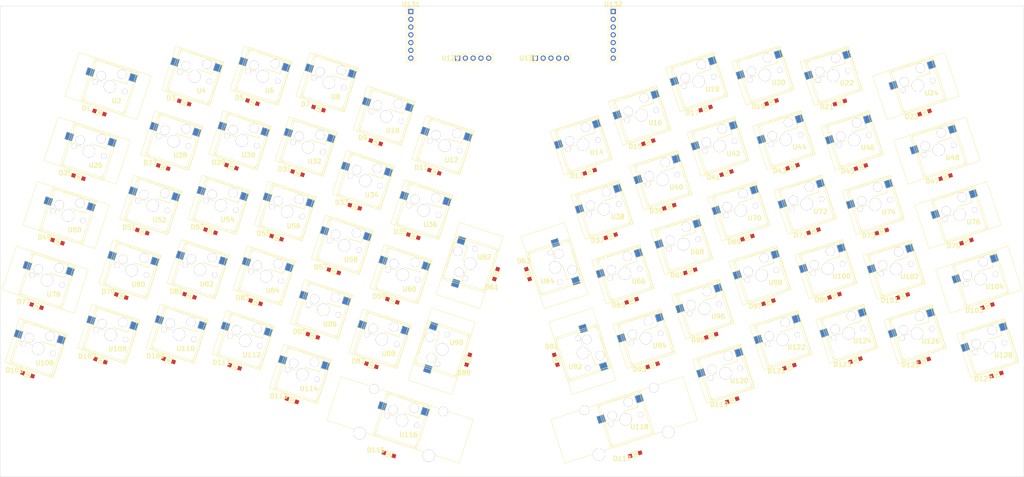
<source format=kicad_pcb>
(kicad_pcb (version 5) (host pcbnew 4.0.2-stable)
  (title_block (title GH60) (date "20 jan 2014") (rev B) (company "geekhack GH60 design team"))
  (layers (0 F.Cu signal) (31 B.Cu signal) (34 B.Paste user) (35 F.Paste user) (36 B.SilkS user) (37 F.SilkS user) (38 B.Mask user) (39 F.Mask user) (44 Edge.Cuts user))
  (net 58 "58")
  (net 62 "62")
  (net 2 "2")
  (net 66 "66")
  (net 6 "6")
  (net 70 "70")
  (net 26 "26")
  (net 30 "30")
  (net 34 "34")
  (net 38 "38")
  (net 59 "59")
  (net 63 "63")
  (net 3 "3")
  (net 67 "67")
  (net 7 "7")
  (net 71 "71")
  (net 27 "27")
  (net 31 "31")
  (net 35 "35")
  (net 39 "39")
  (net 60 "60")
  (net 64 "64")
  (net 4 "4")
  (net 68 "68")
  (net 8 "8")
  (net 72 "72")
  (net 28 "28")
  (net 32 "32")
  (net 36 "36")
  (net 40 "40")
  (net 61 "61")
  (net 1 "1")
  (net 65 "65")
  (net 5 "5")
  (net 69 "69")
  (net 9 "9")
  (net 73 "73")
  (net 29 "29")
  (net 33 "33")
  (net 37 "37")
  (net 41 "41")
  (net 10 "10")
  (net 74 "74")
  (net 14 "14")
  (net 78 "78")
  (net 18 "18")
  (net 82 "82")
  (net 22 "22")
  (net 42 "42")
  (net 46 "46")
  (net 50 "50")
  (net 54 "54")
  (net 11 "11")
  (net 75 "75")
  (net 15 "15")
  (net 79 "79")
  (net 19 "19")
  (net 83 "83")
  (net 23 "23")
  (net 43 "43")
  (net 47 "47")
  (net 51 "51")
  (net 55 "55")
  (net 12 "12")
  (net 76 "76")
  (net 16 "16")
  (net 80 "80")
  (net 20 "20")
  (net 24 "24")
  (net 44 "44")
  (net 48 "48")
  (net 52 "52")
  (net 56 "56")
  (net 13 "13")
  (net 77 "77")
  (net 17 "17")
  (net 81 "81")
  (net 21 "21")
  (net 25 "25")
  (net 45 "45")
  (net 49 "49")
  (net 53 "53")
  (net 57 "57")
  (module "D1" (layer F.Cu) (at 32.45383268938829 34.8156951692941 -18.0)
    (fp_text reference "D1" (at -4.499996999999993 7.105427357601002e-15 0) (layer F.SilkS) (effects (font (size 1.524 1.524) (thickness 0.3048))))
    (pad 2 smd rect (at 1.7000220000000184 0.0 -18.0) (size 1.2999973999999999 1.2999973999999999) (layers F.Cu F.Paste F.Mask) (net 50 "50"))
    (pad 1 smd rect (at -1.7000220000000041 0.0 -18.0) (size 1.2999973999999999 1.2999973999999999) (layers F.Cu F.Paste F.Mask) (net 70 "70"))
  )
  (module "U2" (layer F.Cu) (at 35.86994998639647 26.35687036894481 -18.0)
    (fp_text reference "U2" (at 3.4924999999999997 3.75 0) (layer F.SilkS) (effects (font (size 1.524 1.524) (thickness 0.3048))))
    (pad 1 smd rect (at 6.29 -5.08 -18.0) (size 2.55 2.5) (layers B.Cu B.Paste B.Mask) (net 49 "49"))
    (pad 2 smd rect (at -7.56 -2.54 -18.0) (size 2.55 2.5) (layers B.Cu B.Paste B.Mask) (net 70 "70"))
    (pad "" thru_hole circle (at 2.54 -5.08 -18.0) (size 3 3) (drill 3) (layers *.Cu *.Mask))
    (pad "" thru_hole circle (at -3.81 -2.54 -18.0) (size 3 3) (drill 3) (layers *.Cu *.Mask))
    (pad "" thru_hole circle (at 0 0 -18.0) (size 3.9878 3.9878) (drill 3.9878) (layers *.Cu *.Mask))
    (pad "" thru_hole circle (at 5.08 0 -18.0) (size 1.7018 1.7018) (drill 1.7018) (layers *.Cu *.Mask))
    (pad "" thru_hole circle (at -5.08 0 -18.0) (size 1.7018 1.7018) (drill 1.7018) (layers *.Cu *.Mask))
  )
  (module "D3" (layer F.Cu) (at 60.13001783192373 31.53309927015561 -18.0)
    (fp_text reference "D3" (at -4.499996999999993 7.105427357601002e-15 0) (layer F.SilkS) (effects (font (size 1.524 1.524) (thickness 0.3048))))
    (pad 2 smd rect (at 1.7000220000000184 0.0 -18.0) (size 1.2999973999999999 1.2999973999999999) (layers F.Cu F.Paste F.Mask) (net 50 "50"))
    (pad 1 smd rect (at -1.7000220000000041 0.0 -18.0) (size 1.2999973999999999 1.2999973999999999) (layers F.Cu F.Paste F.Mask) (net 76 "76"))
  )
  (module "U4" (layer F.Cu) (at 63.5461351289319 23.074274469806266 -18.0)
    (fp_text reference "U4" (at 3.4924999999999997 3.75 0) (layer F.SilkS) (effects (font (size 1.524 1.524) (thickness 0.3048))))
    (pad 1 smd rect (at 6.29 -5.08 -18.0) (size 2.55 2.5) (layers B.Cu B.Paste B.Mask) (net 28 "28"))
    (pad 2 smd rect (at -7.56 -2.54 -18.0) (size 2.55 2.5) (layers B.Cu B.Paste B.Mask) (net 76 "76"))
    (pad "" thru_hole circle (at 2.54 -5.08 -18.0) (size 3 3) (drill 3) (layers *.Cu *.Mask))
    (pad "" thru_hole circle (at -3.81 -2.54 -18.0) (size 3 3) (drill 3) (layers *.Cu *.Mask))
    (pad "" thru_hole circle (at 0 0 -18.0) (size 3.9878 3.9878) (drill 3.9878) (layers *.Cu *.Mask))
    (pad "" thru_hole circle (at 5.08 0 -18.0) (size 1.7018 1.7018) (drill 1.7018) (layers *.Cu *.Mask))
    (pad "" thru_hole circle (at -5.08 0 -18.0) (size 1.7018 1.7018) (drill 1.7018) (layers *.Cu *.Mask))
  )
  (module "D5" (layer F.Cu) (at 82.43768870714965 31.416220773475594 -18.0)
    (fp_text reference "D5" (at -4.499996999999993 7.105427357601002e-15 0) (layer F.SilkS) (effects (font (size 1.524 1.524) (thickness 0.3048))))
    (pad 2 smd rect (at 1.7000220000000184 0.0 -18.0) (size 1.2999973999999999 1.2999973999999999) (layers F.Cu F.Paste F.Mask) (net 50 "50"))
    (pad 1 smd rect (at -1.7000220000000041 0.0 -18.0) (size 1.2999973999999999 1.2999973999999999) (layers F.Cu F.Paste F.Mask) (net 13 "13"))
  )
  (module "U6" (layer F.Cu) (at 85.85380600415783 22.957395973126278 -18.0)
    (fp_text reference "U6" (at 3.4924999999999997 3.75 0) (layer F.SilkS) (effects (font (size 1.524 1.524) (thickness 0.3048))))
    (pad 1 smd rect (at 6.29 -5.08 -18.0) (size 2.55 2.5) (layers B.Cu B.Paste B.Mask) (net 82 "82"))
    (pad 2 smd rect (at -7.56 -2.54 -18.0) (size 2.55 2.5) (layers B.Cu B.Paste B.Mask) (net 13 "13"))
    (pad "" thru_hole circle (at 2.54 -5.08 -18.0) (size 3 3) (drill 3) (layers *.Cu *.Mask))
    (pad "" thru_hole circle (at -3.81 -2.54 -18.0) (size 3 3) (drill 3) (layers *.Cu *.Mask))
    (pad "" thru_hole circle (at 0 0 -18.0) (size 3.9878 3.9878) (drill 3.9878) (layers *.Cu *.Mask))
    (pad "" thru_hole circle (at 5.08 0 -18.0) (size 1.7018 1.7018) (drill 1.7018) (layers *.Cu *.Mask))
    (pad "" thru_hole circle (at -5.08 0 -18.0) (size 1.7018 1.7018) (drill 1.7018) (layers *.Cu *.Mask))
  )
  (module "D7" (layer F.Cu) (at 104.02384533422499 33.51993480016612 -18.0)
    (fp_text reference "D7" (at -4.499996999999993 7.105427357601002e-15 0) (layer F.SilkS) (effects (font (size 1.524 1.524) (thickness 0.3048))))
    (pad 2 smd rect (at 1.7000220000000184 0.0 -18.0) (size 1.2999973999999999 1.2999973999999999) (layers F.Cu F.Paste F.Mask) (net 50 "50"))
    (pad 1 smd rect (at -1.7000220000000041 0.0 -18.0) (size 1.2999973999999999 1.2999973999999999) (layers F.Cu F.Paste F.Mask) (net 57 "57"))
  )
  (module "U8" (layer F.Cu) (at 107.43996263123317 25.061109999816797 -18.0)
    (fp_text reference "U8" (at 3.4924999999999997 3.75 0) (layer F.SilkS) (effects (font (size 1.524 1.524) (thickness 0.3048))))
    (pad 1 smd rect (at 6.29 -5.08 -18.0) (size 2.55 2.5) (layers B.Cu B.Paste B.Mask) (net 17 "17"))
    (pad 2 smd rect (at -7.56 -2.54 -18.0) (size 2.55 2.5) (layers B.Cu B.Paste B.Mask) (net 57 "57"))
    (pad "" thru_hole circle (at 2.54 -5.08 -18.0) (size 3 3) (drill 3) (layers *.Cu *.Mask))
    (pad "" thru_hole circle (at -3.81 -2.54 -18.0) (size 3 3) (drill 3) (layers *.Cu *.Mask))
    (pad "" thru_hole circle (at 0 0 -18.0) (size 3.9878 3.9878) (drill 3.9878) (layers *.Cu *.Mask))
    (pad "" thru_hole circle (at 5.08 0 -18.0) (size 1.7018 1.7018) (drill 1.7018) (layers *.Cu *.Mask))
    (pad "" thru_hole circle (at -5.08 0 -18.0) (size 1.7018 1.7018) (drill 1.7018) (layers *.Cu *.Mask))
  )
  (module "D9" (layer F.Cu) (at 122.72394496869785 44.50601892033885 -18.0)
    (fp_text reference "D9" (at -4.499996999999993 7.105427357601002e-15 0) (layer F.SilkS) (effects (font (size 1.524 1.524) (thickness 0.3048))))
    (pad 2 smd rect (at 1.7000220000000184 0.0 -18.0) (size 1.2999973999999999 1.2999973999999999) (layers F.Cu F.Paste F.Mask) (net 50 "50"))
    (pad 1 smd rect (at -1.7000220000000041 0.0 -18.0) (size 1.2999973999999999 1.2999973999999999) (layers F.Cu F.Paste F.Mask) (net 43 "43"))
  )
  (module "U10" (layer F.Cu) (at 126.140062265706 36.047194119989506 -18.0)
    (fp_text reference "U10" (at 3.4924999999999997 3.75 0) (layer F.SilkS) (effects (font (size 1.524 1.524) (thickness 0.3048))))
    (pad 1 smd rect (at 6.29 -5.08 -18.0) (size 2.55 2.5) (layers B.Cu B.Paste B.Mask) (net 29 "29"))
    (pad 2 smd rect (at -7.56 -2.54 -18.0) (size 2.55 2.5) (layers B.Cu B.Paste B.Mask) (net 43 "43"))
    (pad "" thru_hole circle (at 2.54 -5.08 -18.0) (size 3 3) (drill 3) (layers *.Cu *.Mask))
    (pad "" thru_hole circle (at -3.81 -2.54 -18.0) (size 3 3) (drill 3) (layers *.Cu *.Mask))
    (pad "" thru_hole circle (at 0 0 -18.0) (size 3.9878 3.9878) (drill 3.9878) (layers *.Cu *.Mask))
    (pad "" thru_hole circle (at 5.08 0 -18.0) (size 1.7018 1.7018) (drill 1.7018) (layers *.Cu *.Mask))
    (pad "" thru_hole circle (at -5.08 0 -18.0) (size 1.7018 1.7018) (drill 1.7018) (layers *.Cu *.Mask))
  )
  (module "D11" (layer F.Cu) (at 141.86378531818167 54.13872028129654 -18.0)
    (fp_text reference "D11" (at -4.499996999999993 7.105427357601002e-15 0) (layer F.SilkS) (effects (font (size 1.524 1.524) (thickness 0.3048))))
    (pad 2 smd rect (at 1.7000220000000184 0.0 -18.0) (size 1.2999973999999999 1.2999973999999999) (layers F.Cu F.Paste F.Mask) (net 50 "50"))
    (pad 1 smd rect (at -1.7000220000000041 0.0 -18.0) (size 1.2999973999999999 1.2999973999999999) (layers F.Cu F.Paste F.Mask) (net 71 "71"))
  )
  (module "U12" (layer F.Cu) (at 145.27990261518985 45.67989548094724 -18.0)
    (fp_text reference "U12" (at 3.4924999999999997 3.75 0) (layer F.SilkS) (effects (font (size 1.524 1.524) (thickness 0.3048))))
    (pad 1 smd rect (at 6.29 -5.08 -18.0) (size 2.55 2.5) (layers B.Cu B.Paste B.Mask) (net 9 "9"))
    (pad 2 smd rect (at -7.56 -2.54 -18.0) (size 2.55 2.5) (layers B.Cu B.Paste B.Mask) (net 71 "71"))
    (pad "" thru_hole circle (at 2.54 -5.08 -18.0) (size 3 3) (drill 3) (layers *.Cu *.Mask))
    (pad "" thru_hole circle (at -3.81 -2.54 -18.0) (size 3 3) (drill 3) (layers *.Cu *.Mask))
    (pad "" thru_hole circle (at 0 0 -18.0) (size 3.9878 3.9878) (drill 3.9878) (layers *.Cu *.Mask))
    (pad "" thru_hole circle (at 5.08 0 -18.0) (size 1.7018 1.7018) (drill 1.7018) (layers *.Cu *.Mask))
    (pad "" thru_hole circle (at -5.08 0 -18.0) (size 1.7018 1.7018) (drill 1.7018) (layers *.Cu *.Mask))
  )
  (module "D13" (layer F.Cu) (at 192.65177217920788 54.13872028129653 18.0)
    (fp_text reference "D13" (at -4.499996999999993 7.105427357601002e-15 0) (layer F.SilkS) (effects (font (size 1.524 1.524) (thickness 0.3048))))
    (pad 2 smd rect (at 1.7000220000000184 0.0 18.0) (size 1.2999973999999999 1.2999973999999999) (layers F.Cu F.Paste F.Mask) (net 50 "50"))
    (pad 1 smd rect (at -1.7000220000000041 0.0 18.0) (size 1.2999973999999999 1.2999973999999999) (layers F.Cu F.Paste F.Mask) (net 16 "16"))
  )
  (module "U14" (layer F.Cu) (at 190.44349665789454 45.28744389809103 18.0)
    (fp_text reference "U14" (at 3.4924999999999997 3.75 0) (layer F.SilkS) (effects (font (size 1.524 1.524) (thickness 0.3048))))
    (pad 1 smd rect (at 6.29 -5.08 18.0) (size 2.55 2.5) (layers B.Cu B.Paste B.Mask) (net 72 "72"))
    (pad 2 smd rect (at -7.56 -2.54 18.0) (size 2.55 2.5) (layers B.Cu B.Paste B.Mask) (net 16 "16"))
    (pad "" thru_hole circle (at 2.54 -5.08 18.0) (size 3 3) (drill 3) (layers *.Cu *.Mask))
    (pad "" thru_hole circle (at -3.81 -2.54 18.0) (size 3 3) (drill 3) (layers *.Cu *.Mask))
    (pad "" thru_hole circle (at 0 0 18.0) (size 3.9878 3.9878) (drill 3.9878) (layers *.Cu *.Mask))
    (pad "" thru_hole circle (at 5.08 0 18.0) (size 1.7018 1.7018) (drill 1.7018) (layers *.Cu *.Mask))
    (pad "" thru_hole circle (at -5.08 0 18.0) (size 1.7018 1.7018) (drill 1.7018) (layers *.Cu *.Mask))
  )
  (module "D15" (layer F.Cu) (at 211.79161252869173 44.50601892033885 18.0)
    (fp_text reference "D15" (at -4.499996999999993 7.105427357601002e-15 0) (layer F.SilkS) (effects (font (size 1.524 1.524) (thickness 0.3048))))
    (pad 2 smd rect (at 1.7000220000000184 0.0 18.0) (size 1.2999973999999999 1.2999973999999999) (layers F.Cu F.Paste F.Mask) (net 50 "50"))
    (pad 1 smd rect (at -1.7000220000000041 0.0 18.0) (size 1.2999973999999999 1.2999973999999999) (layers F.Cu F.Paste F.Mask) (net 78 "78"))
  )
  (module "U16" (layer F.Cu) (at 209.58333700737836 35.65474253713332 18.0)
    (fp_text reference "U16" (at 3.4924999999999997 3.75 0) (layer F.SilkS) (effects (font (size 1.524 1.524) (thickness 0.3048))))
    (pad 1 smd rect (at 6.29 -5.08 18.0) (size 2.55 2.5) (layers B.Cu B.Paste B.Mask) (net 38 "38"))
    (pad 2 smd rect (at -7.56 -2.54 18.0) (size 2.55 2.5) (layers B.Cu B.Paste B.Mask) (net 78 "78"))
    (pad "" thru_hole circle (at 2.54 -5.08 18.0) (size 3 3) (drill 3) (layers *.Cu *.Mask))
    (pad "" thru_hole circle (at -3.81 -2.54 18.0) (size 3 3) (drill 3) (layers *.Cu *.Mask))
    (pad "" thru_hole circle (at 0 0 18.0) (size 3.9878 3.9878) (drill 3.9878) (layers *.Cu *.Mask))
    (pad "" thru_hole circle (at 5.08 0 18.0) (size 1.7018 1.7018) (drill 1.7018) (layers *.Cu *.Mask))
    (pad "" thru_hole circle (at -5.08 0 18.0) (size 1.7018 1.7018) (drill 1.7018) (layers *.Cu *.Mask))
  )
  (module "D17" (layer F.Cu) (at 230.49171216316455 33.51993480016612 18.0)
    (fp_text reference "D17" (at -4.499996999999993 7.105427357601002e-15 0) (layer F.SilkS) (effects (font (size 1.524 1.524) (thickness 0.3048))))
    (pad 2 smd rect (at 1.7000220000000184 0.0 18.0) (size 1.2999973999999999 1.2999973999999999) (layers F.Cu F.Paste F.Mask) (net 50 "50"))
    (pad 1 smd rect (at -1.7000220000000041 0.0 18.0) (size 1.2999973999999999 1.2999973999999999) (layers F.Cu F.Paste F.Mask) (net 65 "65"))
  )
  (module "U18" (layer F.Cu) (at 228.2834366418512 24.668658416960614 18.0)
    (fp_text reference "U18" (at 3.4924999999999997 3.75 0) (layer F.SilkS) (effects (font (size 1.524 1.524) (thickness 0.3048))))
    (pad 1 smd rect (at 6.29 -5.08 18.0) (size 2.55 2.5) (layers B.Cu B.Paste B.Mask) (net 41 "41"))
    (pad 2 smd rect (at -7.56 -2.54 18.0) (size 2.55 2.5) (layers B.Cu B.Paste B.Mask) (net 65 "65"))
    (pad "" thru_hole circle (at 2.54 -5.08 18.0) (size 3 3) (drill 3) (layers *.Cu *.Mask))
    (pad "" thru_hole circle (at -3.81 -2.54 18.0) (size 3 3) (drill 3) (layers *.Cu *.Mask))
    (pad "" thru_hole circle (at 0 0 18.0) (size 3.9878 3.9878) (drill 3.9878) (layers *.Cu *.Mask))
    (pad "" thru_hole circle (at 5.08 0 18.0) (size 1.7018 1.7018) (drill 1.7018) (layers *.Cu *.Mask))
    (pad "" thru_hole circle (at -5.08 0 18.0) (size 1.7018 1.7018) (drill 1.7018) (layers *.Cu *.Mask))
  )
  (module "D19" (layer F.Cu) (at 252.07786879023988 31.416220773475594 18.0)
    (fp_text reference "D19" (at -4.499996999999993 7.105427357601002e-15 0) (layer F.SilkS) (effects (font (size 1.524 1.524) (thickness 0.3048))))
    (pad 2 smd rect (at 1.7000220000000184 0.0 18.0) (size 1.2999973999999999 1.2999973999999999) (layers F.Cu F.Paste F.Mask) (net 50 "50"))
    (pad 1 smd rect (at -1.7000220000000041 0.0 18.0) (size 1.2999973999999999 1.2999973999999999) (layers F.Cu F.Paste F.Mask) (net 34 "34"))
  )
  (module "U20" (layer F.Cu) (at 249.86959326892656 22.564944390270096 18.0)
    (fp_text reference "U20" (at 3.4924999999999997 3.75 0) (layer F.SilkS) (effects (font (size 1.524 1.524) (thickness 0.3048))))
    (pad 1 smd rect (at 6.29 -5.08 18.0) (size 2.55 2.5) (layers B.Cu B.Paste B.Mask) (net 62 "62"))
    (pad 2 smd rect (at -7.56 -2.54 18.0) (size 2.55 2.5) (layers B.Cu B.Paste B.Mask) (net 34 "34"))
    (pad "" thru_hole circle (at 2.54 -5.08 18.0) (size 3 3) (drill 3) (layers *.Cu *.Mask))
    (pad "" thru_hole circle (at -3.81 -2.54 18.0) (size 3 3) (drill 3) (layers *.Cu *.Mask))
    (pad "" thru_hole circle (at 0 0 18.0) (size 3.9878 3.9878) (drill 3.9878) (layers *.Cu *.Mask))
    (pad "" thru_hole circle (at 5.08 0 18.0) (size 1.7018 1.7018) (drill 1.7018) (layers *.Cu *.Mask))
    (pad "" thru_hole circle (at -5.08 0 18.0) (size 1.7018 1.7018) (drill 1.7018) (layers *.Cu *.Mask))
  )
  (module "D21" (layer F.Cu) (at 274.38553966546584 31.53309927015558 18.0)
    (fp_text reference "D21" (at -4.499996999999993 7.105427357601002e-15 0) (layer F.SilkS) (effects (font (size 1.524 1.524) (thickness 0.3048))))
    (pad 2 smd rect (at 1.7000220000000184 0.0 18.0) (size 1.2999973999999999 1.2999973999999999) (layers F.Cu F.Paste F.Mask) (net 50 "50"))
    (pad 1 smd rect (at -1.7000220000000041 0.0 18.0) (size 1.2999973999999999 1.2999973999999999) (layers F.Cu F.Paste F.Mask) (net 21 "21"))
  )
  (module "U22" (layer F.Cu) (at 272.17726414415256 22.681822886950084 18.0)
    (fp_text reference "U22" (at 3.4924999999999997 3.75 0) (layer F.SilkS) (effects (font (size 1.524 1.524) (thickness 0.3048))))
    (pad 1 smd rect (at 6.29 -5.08 18.0) (size 2.55 2.5) (layers B.Cu B.Paste B.Mask) (net 10 "10"))
    (pad 2 smd rect (at -7.56 -2.54 18.0) (size 2.55 2.5) (layers B.Cu B.Paste B.Mask) (net 21 "21"))
    (pad "" thru_hole circle (at 2.54 -5.08 18.0) (size 3 3) (drill 3) (layers *.Cu *.Mask))
    (pad "" thru_hole circle (at -3.81 -2.54 18.0) (size 3 3) (drill 3) (layers *.Cu *.Mask))
    (pad "" thru_hole circle (at 0 0 18.0) (size 3.9878 3.9878) (drill 3.9878) (layers *.Cu *.Mask))
    (pad "" thru_hole circle (at 5.08 0 18.0) (size 1.7018 1.7018) (drill 1.7018) (layers *.Cu *.Mask))
    (pad "" thru_hole circle (at -5.08 0 18.0) (size 1.7018 1.7018) (drill 1.7018) (layers *.Cu *.Mask))
  )
  (module "D23" (layer F.Cu) (at 302.06172480800126 34.8156951692941 18.0)
    (fp_text reference "D23" (at -4.499996999999993 7.105427357601002e-15 0) (layer F.SilkS) (effects (font (size 1.524 1.524) (thickness 0.3048))))
    (pad 2 smd rect (at 1.7000220000000184 0.0 18.0) (size 1.2999973999999999 1.2999973999999999) (layers F.Cu F.Paste F.Mask) (net 50 "50"))
    (pad 1 smd rect (at -1.7000220000000041 0.0 18.0) (size 1.2999973999999999 1.2999973999999999) (layers F.Cu F.Paste F.Mask) (net 7 "7"))
  )
  (module "U24" (layer F.Cu) (at 299.853449286688 25.9644187860886 18.0)
    (fp_text reference "U24" (at 3.4924999999999997 3.75 0) (layer F.SilkS) (effects (font (size 1.524 1.524) (thickness 0.3048))))
    (pad 1 smd rect (at 6.29 -5.08 18.0) (size 2.55 2.5) (layers B.Cu B.Paste B.Mask) (net 69 "69"))
    (pad 2 smd rect (at -7.56 -2.54 18.0) (size 2.55 2.5) (layers B.Cu B.Paste B.Mask) (net 7 "7"))
    (pad "" thru_hole circle (at 2.54 -5.08 18.0) (size 3 3) (drill 3) (layers *.Cu *.Mask))
    (pad "" thru_hole circle (at -3.81 -2.54 18.0) (size 3 3) (drill 3) (layers *.Cu *.Mask))
    (pad "" thru_hole circle (at 0 0 18.0) (size 3.9878 3.9878) (drill 3.9878) (layers *.Cu *.Mask))
    (pad "" thru_hole circle (at 5.08 0 18.0) (size 1.7018 1.7018) (drill 1.7018) (layers *.Cu *.Mask))
    (pad "" thru_hole circle (at -5.08 0 18.0) (size 1.7018 1.7018) (drill 1.7018) (layers *.Cu *.Mask))
  )
  (module "D25" (layer F.Cu) (at 25.60286564921072 55.9008036425789 -18.0)
    (fp_text reference "D25" (at -4.499996999999993 7.105427357601002e-15 0) (layer F.SilkS) (effects (font (size 1.524 1.524) (thickness 0.3048))))
    (pad 2 smd rect (at 1.7000220000000184 0.0 -18.0) (size 1.2999973999999999 1.2999973999999999) (layers F.Cu F.Paste F.Mask) (net 83 "83"))
    (pad 1 smd rect (at -1.7000220000000041 0.0 -18.0) (size 1.2999973999999999 1.2999973999999999) (layers F.Cu F.Paste F.Mask) (net 52 "52"))
  )
  (module "U26" (layer F.Cu) (at 29.018982946218898 47.44197884222957 -18.0)
    (fp_text reference "U26" (at 3.4924999999999997 3.75 0) (layer F.SilkS) (effects (font (size 1.524 1.524) (thickness 0.3048))))
    (pad 1 smd rect (at 6.29 -5.08 -18.0) (size 2.55 2.5) (layers B.Cu B.Paste B.Mask) (net 49 "49"))
    (pad 2 smd rect (at -7.56 -2.54 -18.0) (size 2.55 2.5) (layers B.Cu B.Paste B.Mask) (net 52 "52"))
    (pad "" thru_hole circle (at 2.54 -5.08 -18.0) (size 3 3) (drill 3) (layers *.Cu *.Mask))
    (pad "" thru_hole circle (at -3.81 -2.54 -18.0) (size 3 3) (drill 3) (layers *.Cu *.Mask))
    (pad "" thru_hole circle (at 0 0 -18.0) (size 3.9878 3.9878) (drill 3.9878) (layers *.Cu *.Mask))
    (pad "" thru_hole circle (at 5.08 0 -18.0) (size 1.7018 1.7018) (drill 1.7018) (layers *.Cu *.Mask))
    (pad "" thru_hole circle (at -5.08 0 -18.0) (size 1.7018 1.7018) (drill 1.7018) (layers *.Cu *.Mask))
  )
  (module "D27" (layer F.Cu) (at 53.27905079174616 52.61820774344038 -18.0)
    (fp_text reference "D27" (at -4.499996999999993 7.105427357601002e-15 0) (layer F.SilkS) (effects (font (size 1.524 1.524) (thickness 0.3048))))
    (pad 2 smd rect (at 1.7000220000000184 0.0 -18.0) (size 1.2999973999999999 1.2999973999999999) (layers F.Cu F.Paste F.Mask) (net 83 "83"))
    (pad 1 smd rect (at -1.7000220000000041 0.0 -18.0) (size 1.2999973999999999 1.2999973999999999) (layers F.Cu F.Paste F.Mask) (net 48 "48"))
  )
  (module "U28" (layer F.Cu) (at 56.69516808875434 44.15938294309103 -18.0)
    (fp_text reference "U28" (at 3.4924999999999997 3.75 0) (layer F.SilkS) (effects (font (size 1.524 1.524) (thickness 0.3048))))
    (pad 1 smd rect (at 6.29 -5.08 -18.0) (size 2.55 2.5) (layers B.Cu B.Paste B.Mask) (net 28 "28"))
    (pad 2 smd rect (at -7.56 -2.54 -18.0) (size 2.55 2.5) (layers B.Cu B.Paste B.Mask) (net 48 "48"))
    (pad "" thru_hole circle (at 2.54 -5.08 -18.0) (size 3 3) (drill 3) (layers *.Cu *.Mask))
    (pad "" thru_hole circle (at -3.81 -2.54 -18.0) (size 3 3) (drill 3) (layers *.Cu *.Mask))
    (pad "" thru_hole circle (at 0 0 -18.0) (size 3.9878 3.9878) (drill 3.9878) (layers *.Cu *.Mask))
    (pad "" thru_hole circle (at 5.08 0 -18.0) (size 1.7018 1.7018) (drill 1.7018) (layers *.Cu *.Mask))
    (pad "" thru_hole circle (at -5.08 0 -18.0) (size 1.7018 1.7018) (drill 1.7018) (layers *.Cu *.Mask))
  )
  (module "D29" (layer F.Cu) (at 75.5867216669721 52.50132924676036 -18.0)
    (fp_text reference "D29" (at -4.499996999999993 7.105427357601002e-15 0) (layer F.SilkS) (effects (font (size 1.524 1.524) (thickness 0.3048))))
    (pad 2 smd rect (at 1.7000220000000184 0.0 -18.0) (size 1.2999973999999999 1.2999973999999999) (layers F.Cu F.Paste F.Mask) (net 83 "83"))
    (pad 1 smd rect (at -1.7000220000000041 0.0 -18.0) (size 1.2999973999999999 1.2999973999999999) (layers F.Cu F.Paste F.Mask) (net 80 "80"))
  )
  (module "U30" (layer F.Cu) (at 79.00283896398027 44.042504446411044 -18.0)
    (fp_text reference "U30" (at 3.4924999999999997 3.75 0) (layer F.SilkS) (effects (font (size 1.524 1.524) (thickness 0.3048))))
    (pad 1 smd rect (at 6.29 -5.08 -18.0) (size 2.55 2.5) (layers B.Cu B.Paste B.Mask) (net 82 "82"))
    (pad 2 smd rect (at -7.56 -2.54 -18.0) (size 2.55 2.5) (layers B.Cu B.Paste B.Mask) (net 80 "80"))
    (pad "" thru_hole circle (at 2.54 -5.08 -18.0) (size 3 3) (drill 3) (layers *.Cu *.Mask))
    (pad "" thru_hole circle (at -3.81 -2.54 -18.0) (size 3 3) (drill 3) (layers *.Cu *.Mask))
    (pad "" thru_hole circle (at 0 0 -18.0) (size 3.9878 3.9878) (drill 3.9878) (layers *.Cu *.Mask))
    (pad "" thru_hole circle (at 5.08 0 -18.0) (size 1.7018 1.7018) (drill 1.7018) (layers *.Cu *.Mask))
    (pad "" thru_hole circle (at -5.08 0 -18.0) (size 1.7018 1.7018) (drill 1.7018) (layers *.Cu *.Mask))
  )
  (module "D31" (layer F.Cu) (at 97.17287829404744 54.605043273450896 -18.0)
    (fp_text reference "D31" (at -4.499996999999993 7.105427357601002e-15 0) (layer F.SilkS) (effects (font (size 1.524 1.524) (thickness 0.3048))))
    (pad 2 smd rect (at 1.7000220000000184 0.0 -18.0) (size 1.2999973999999999 1.2999973999999999) (layers F.Cu F.Paste F.Mask) (net 83 "83"))
    (pad 1 smd rect (at -1.7000220000000041 0.0 -18.0) (size 1.2999973999999999 1.2999973999999999) (layers F.Cu F.Paste F.Mask) (net 11 "11"))
  )
  (module "U32" (layer F.Cu) (at 100.58899559105562 46.14621847310157 -18.0)
    (fp_text reference "U32" (at 3.4924999999999997 3.75 0) (layer F.SilkS) (effects (font (size 1.524 1.524) (thickness 0.3048))))
    (pad 1 smd rect (at 6.29 -5.08 -18.0) (size 2.55 2.5) (layers B.Cu B.Paste B.Mask) (net 17 "17"))
    (pad 2 smd rect (at -7.56 -2.54 -18.0) (size 2.55 2.5) (layers B.Cu B.Paste B.Mask) (net 11 "11"))
    (pad "" thru_hole circle (at 2.54 -5.08 -18.0) (size 3 3) (drill 3) (layers *.Cu *.Mask))
    (pad "" thru_hole circle (at -3.81 -2.54 -18.0) (size 3 3) (drill 3) (layers *.Cu *.Mask))
    (pad "" thru_hole circle (at 0 0 -18.0) (size 3.9878 3.9878) (drill 3.9878) (layers *.Cu *.Mask))
    (pad "" thru_hole circle (at 5.08 0 -18.0) (size 1.7018 1.7018) (drill 1.7018) (layers *.Cu *.Mask))
    (pad "" thru_hole circle (at -5.08 0 -18.0) (size 1.7018 1.7018) (drill 1.7018) (layers *.Cu *.Mask))
  )
  (module "D33" (layer F.Cu) (at 115.87297792852027 65.59112739362362 -18.0)
    (fp_text reference "D33" (at -4.499996999999993 7.105427357601002e-15 0) (layer F.SilkS) (effects (font (size 1.524 1.524) (thickness 0.3048))))
    (pad 2 smd rect (at 1.7000220000000184 0.0 -18.0) (size 1.2999973999999999 1.2999973999999999) (layers F.Cu F.Paste F.Mask) (net 83 "83"))
    (pad 1 smd rect (at -1.7000220000000041 0.0 -18.0) (size 1.2999973999999999 1.2999973999999999) (layers F.Cu F.Paste F.Mask) (net 47 "47"))
  )
  (module "U34" (layer F.Cu) (at 119.28909522552846 57.13230259327429 -18.0)
    (fp_text reference "U34" (at 3.4924999999999997 3.75 0) (layer F.SilkS) (effects (font (size 1.524 1.524) (thickness 0.3048))))
    (pad 1 smd rect (at 6.29 -5.08 -18.0) (size 2.55 2.5) (layers B.Cu B.Paste B.Mask) (net 29 "29"))
    (pad 2 smd rect (at -7.56 -2.54 -18.0) (size 2.55 2.5) (layers B.Cu B.Paste B.Mask) (net 47 "47"))
    (pad "" thru_hole circle (at 2.54 -5.08 -18.0) (size 3 3) (drill 3) (layers *.Cu *.Mask))
    (pad "" thru_hole circle (at -3.81 -2.54 -18.0) (size 3 3) (drill 3) (layers *.Cu *.Mask))
    (pad "" thru_hole circle (at 0 0 -18.0) (size 3.9878 3.9878) (drill 3.9878) (layers *.Cu *.Mask))
    (pad "" thru_hole circle (at 5.08 0 -18.0) (size 1.7018 1.7018) (drill 1.7018) (layers *.Cu *.Mask))
    (pad "" thru_hole circle (at -5.08 0 -18.0) (size 1.7018 1.7018) (drill 1.7018) (layers *.Cu *.Mask))
  )
  (module "D35" (layer F.Cu) (at 135.01281827800412 75.22382875458132 -18.0)
    (fp_text reference "D35" (at -4.499996999999993 7.105427357601002e-15 0) (layer F.SilkS) (effects (font (size 1.524 1.524) (thickness 0.3048))))
    (pad 2 smd rect (at 1.7000220000000184 0.0 -18.0) (size 1.2999973999999999 1.2999973999999999) (layers F.Cu F.Paste F.Mask) (net 83 "83"))
    (pad 1 smd rect (at -1.7000220000000041 0.0 -18.0) (size 1.2999973999999999 1.2999973999999999) (layers F.Cu F.Paste F.Mask) (net 63 "63"))
  )
  (module "U36" (layer F.Cu) (at 138.42893557501225 66.765003954232 -18.0)
    (fp_text reference "U36" (at 3.4924999999999997 3.75 0) (layer F.SilkS) (effects (font (size 1.524 1.524) (thickness 0.3048))))
    (pad 1 smd rect (at 6.29 -5.08 -18.0) (size 2.55 2.5) (layers B.Cu B.Paste B.Mask) (net 9 "9"))
    (pad 2 smd rect (at -7.56 -2.54 -18.0) (size 2.55 2.5) (layers B.Cu B.Paste B.Mask) (net 63 "63"))
    (pad "" thru_hole circle (at 2.54 -5.08 -18.0) (size 3 3) (drill 3) (layers *.Cu *.Mask))
    (pad "" thru_hole circle (at -3.81 -2.54 -18.0) (size 3 3) (drill 3) (layers *.Cu *.Mask))
    (pad "" thru_hole circle (at 0 0 -18.0) (size 3.9878 3.9878) (drill 3.9878) (layers *.Cu *.Mask))
    (pad "" thru_hole circle (at 5.08 0 -18.0) (size 1.7018 1.7018) (drill 1.7018) (layers *.Cu *.Mask))
    (pad "" thru_hole circle (at -5.08 0 -18.0) (size 1.7018 1.7018) (drill 1.7018) (layers *.Cu *.Mask))
  )
  (module "D37" (layer F.Cu) (at 199.50273921938546 75.2238287545813 18.0)
    (fp_text reference "D37" (at -4.499996999999993 7.105427357601002e-15 0) (layer F.SilkS) (effects (font (size 1.524 1.524) (thickness 0.3048))))
    (pad 2 smd rect (at 1.7000220000000184 0.0 18.0) (size 1.2999973999999999 1.2999973999999999) (layers F.Cu F.Paste F.Mask) (net 83 "83"))
    (pad 1 smd rect (at -1.7000220000000041 0.0 18.0) (size 1.2999973999999999 1.2999973999999999) (layers F.Cu F.Paste F.Mask) (net 27 "27"))
  )
  (module "U38" (layer F.Cu) (at 197.2944636980721 66.3725523713758 18.0)
    (fp_text reference "U38" (at 3.4924999999999997 3.75 0) (layer F.SilkS) (effects (font (size 1.524 1.524) (thickness 0.3048))))
    (pad 1 smd rect (at 6.29 -5.08 18.0) (size 2.55 2.5) (layers B.Cu B.Paste B.Mask) (net 72 "72"))
    (pad 2 smd rect (at -7.56 -2.54 18.0) (size 2.55 2.5) (layers B.Cu B.Paste B.Mask) (net 27 "27"))
    (pad "" thru_hole circle (at 2.54 -5.08 18.0) (size 3 3) (drill 3) (layers *.Cu *.Mask))
    (pad "" thru_hole circle (at -3.81 -2.54 18.0) (size 3 3) (drill 3) (layers *.Cu *.Mask))
    (pad "" thru_hole circle (at 0 0 18.0) (size 3.9878 3.9878) (drill 3.9878) (layers *.Cu *.Mask))
    (pad "" thru_hole circle (at 5.08 0 18.0) (size 1.7018 1.7018) (drill 1.7018) (layers *.Cu *.Mask))
    (pad "" thru_hole circle (at -5.08 0 18.0) (size 1.7018 1.7018) (drill 1.7018) (layers *.Cu *.Mask))
  )
  (module "D39" (layer F.Cu) (at 218.6425795688693 65.59112739362361 18.0)
    (fp_text reference "D39" (at -4.499996999999993 7.105427357601002e-15 0) (layer F.SilkS) (effects (font (size 1.524 1.524) (thickness 0.3048))))
    (pad 2 smd rect (at 1.7000220000000184 0.0 18.0) (size 1.2999973999999999 1.2999973999999999) (layers F.Cu F.Paste F.Mask) (net 83 "83"))
    (pad 1 smd rect (at -1.7000220000000041 0.0 18.0) (size 1.2999973999999999 1.2999973999999999) (layers F.Cu F.Paste F.Mask) (net 15 "15"))
  )
  (module "U40" (layer F.Cu) (at 216.43430404755594 56.73985101041809 18.0)
    (fp_text reference "U40" (at 3.4924999999999997 3.75 0) (layer F.SilkS) (effects (font (size 1.524 1.524) (thickness 0.3048))))
    (pad 1 smd rect (at 6.29 -5.08 18.0) (size 2.55 2.5) (layers B.Cu B.Paste B.Mask) (net 38 "38"))
    (pad 2 smd rect (at -7.56 -2.54 18.0) (size 2.55 2.5) (layers B.Cu B.Paste B.Mask) (net 15 "15"))
    (pad "" thru_hole circle (at 2.54 -5.08 18.0) (size 3 3) (drill 3) (layers *.Cu *.Mask))
    (pad "" thru_hole circle (at -3.81 -2.54 18.0) (size 3 3) (drill 3) (layers *.Cu *.Mask))
    (pad "" thru_hole circle (at 0 0 18.0) (size 3.9878 3.9878) (drill 3.9878) (layers *.Cu *.Mask))
    (pad "" thru_hole circle (at 5.08 0 18.0) (size 1.7018 1.7018) (drill 1.7018) (layers *.Cu *.Mask))
    (pad "" thru_hole circle (at -5.08 0 18.0) (size 1.7018 1.7018) (drill 1.7018) (layers *.Cu *.Mask))
  )
  (module "D41" (layer F.Cu) (at 237.34267920334213 54.605043273450896 18.0)
    (fp_text reference "D41" (at -4.499996999999993 7.105427357601002e-15 0) (layer F.SilkS) (effects (font (size 1.524 1.524) (thickness 0.3048))))
    (pad 2 smd rect (at 1.7000220000000184 0.0 18.0) (size 1.2999973999999999 1.2999973999999999) (layers F.Cu F.Paste F.Mask) (net 83 "83"))
    (pad 1 smd rect (at -1.7000220000000041 0.0 18.0) (size 1.2999973999999999 1.2999973999999999) (layers F.Cu F.Paste F.Mask) (net 64 "64"))
  )
  (module "U42" (layer F.Cu) (at 235.13440368202876 45.75376689024539 18.0)
    (fp_text reference "U42" (at 3.4924999999999997 3.75 0) (layer F.SilkS) (effects (font (size 1.524 1.524) (thickness 0.3048))))
    (pad 1 smd rect (at 6.29 -5.08 18.0) (size 2.55 2.5) (layers B.Cu B.Paste B.Mask) (net 41 "41"))
    (pad 2 smd rect (at -7.56 -2.54 18.0) (size 2.55 2.5) (layers B.Cu B.Paste B.Mask) (net 64 "64"))
    (pad "" thru_hole circle (at 2.54 -5.08 18.0) (size 3 3) (drill 3) (layers *.Cu *.Mask))
    (pad "" thru_hole circle (at -3.81 -2.54 18.0) (size 3 3) (drill 3) (layers *.Cu *.Mask))
    (pad "" thru_hole circle (at 0 0 18.0) (size 3.9878 3.9878) (drill 3.9878) (layers *.Cu *.Mask))
    (pad "" thru_hole circle (at 5.08 0 18.0) (size 1.7018 1.7018) (drill 1.7018) (layers *.Cu *.Mask))
    (pad "" thru_hole circle (at -5.08 0 18.0) (size 1.7018 1.7018) (drill 1.7018) (layers *.Cu *.Mask))
  )
  (module "D43" (layer F.Cu) (at 258.9288358304174 52.50132924676036 18.0)
    (fp_text reference "D43" (at -4.499996999999993 7.105427357601002e-15 0) (layer F.SilkS) (effects (font (size 1.524 1.524) (thickness 0.3048))))
    (pad 2 smd rect (at 1.7000220000000184 0.0 18.0) (size 1.2999973999999999 1.2999973999999999) (layers F.Cu F.Paste F.Mask) (net 83 "83"))
    (pad 1 smd rect (at -1.7000220000000041 0.0 18.0) (size 1.2999973999999999 1.2999973999999999) (layers F.Cu F.Paste F.Mask) (net 79 "79"))
  )
  (module "U44" (layer F.Cu) (at 256.72056030910414 43.65005286355486 18.0)
    (fp_text reference "U44" (at 3.4924999999999997 3.75 0) (layer F.SilkS) (effects (font (size 1.524 1.524) (thickness 0.3048))))
    (pad 1 smd rect (at 6.29 -5.08 18.0) (size 2.55 2.5) (layers B.Cu B.Paste B.Mask) (net 62 "62"))
    (pad 2 smd rect (at -7.56 -2.54 18.0) (size 2.55 2.5) (layers B.Cu B.Paste B.Mask) (net 79 "79"))
    (pad "" thru_hole circle (at 2.54 -5.08 18.0) (size 3 3) (drill 3) (layers *.Cu *.Mask))
    (pad "" thru_hole circle (at -3.81 -2.54 18.0) (size 3 3) (drill 3) (layers *.Cu *.Mask))
    (pad "" thru_hole circle (at 0 0 18.0) (size 3.9878 3.9878) (drill 3.9878) (layers *.Cu *.Mask))
    (pad "" thru_hole circle (at 5.08 0 18.0) (size 1.7018 1.7018) (drill 1.7018) (layers *.Cu *.Mask))
    (pad "" thru_hole circle (at -5.08 0 18.0) (size 1.7018 1.7018) (drill 1.7018) (layers *.Cu *.Mask))
  )
  (module "D45" (layer F.Cu) (at 281.2365067056434 52.61820774344035 18.0)
    (fp_text reference "D45" (at -4.499996999999993 7.105427357601002e-15 0) (layer F.SilkS) (effects (font (size 1.524 1.524) (thickness 0.3048))))
    (pad 2 smd rect (at 1.7000220000000184 0.0 18.0) (size 1.2999973999999999 1.2999973999999999) (layers F.Cu F.Paste F.Mask) (net 83 "83"))
    (pad 1 smd rect (at -1.7000220000000041 0.0 18.0) (size 1.2999973999999999 1.2999973999999999) (layers F.Cu F.Paste F.Mask) (net 45 "45"))
  )
  (module "U46" (layer F.Cu) (at 279.0282311843301 43.76693136023485 18.0)
    (fp_text reference "U46" (at 3.4924999999999997 3.75 0) (layer F.SilkS) (effects (font (size 1.524 1.524) (thickness 0.3048))))
    (pad 1 smd rect (at 6.29 -5.08 18.0) (size 2.55 2.5) (layers B.Cu B.Paste B.Mask) (net 10 "10"))
    (pad 2 smd rect (at -7.56 -2.54 18.0) (size 2.55 2.5) (layers B.Cu B.Paste B.Mask) (net 45 "45"))
    (pad "" thru_hole circle (at 2.54 -5.08 18.0) (size 3 3) (drill 3) (layers *.Cu *.Mask))
    (pad "" thru_hole circle (at -3.81 -2.54 18.0) (size 3 3) (drill 3) (layers *.Cu *.Mask))
    (pad "" thru_hole circle (at 0 0 18.0) (size 3.9878 3.9878) (drill 3.9878) (layers *.Cu *.Mask))
    (pad "" thru_hole circle (at 5.08 0 18.0) (size 1.7018 1.7018) (drill 1.7018) (layers *.Cu *.Mask))
    (pad "" thru_hole circle (at -5.08 0 18.0) (size 1.7018 1.7018) (drill 1.7018) (layers *.Cu *.Mask))
  )
  (module "D47" (layer F.Cu) (at 308.91269184817884 55.9008036425789 18.0)
    (fp_text reference "D47" (at -4.499996999999993 7.105427357601002e-15 0) (layer F.SilkS) (effects (font (size 1.524 1.524) (thickness 0.3048))))
    (pad 2 smd rect (at 1.7000220000000184 0.0 18.0) (size 1.2999973999999999 1.2999973999999999) (layers F.Cu F.Paste F.Mask) (net 83 "83"))
    (pad 1 smd rect (at -1.7000220000000041 0.0 18.0) (size 1.2999973999999999 1.2999973999999999) (layers F.Cu F.Paste F.Mask) (net 55 "55"))
  )
  (module "U48" (layer F.Cu) (at 306.7044163268655 47.04952725937337 18.0)
    (fp_text reference "U48" (at 3.4924999999999997 3.75 0) (layer F.SilkS) (effects (font (size 1.524 1.524) (thickness 0.3048))))
    (pad 1 smd rect (at 6.29 -5.08 18.0) (size 2.55 2.5) (layers B.Cu B.Paste B.Mask) (net 69 "69"))
    (pad 2 smd rect (at -7.56 -2.54 18.0) (size 2.55 2.5) (layers B.Cu B.Paste B.Mask) (net 55 "55"))
    (pad "" thru_hole circle (at 2.54 -5.08 18.0) (size 3 3) (drill 3) (layers *.Cu *.Mask))
    (pad "" thru_hole circle (at -3.81 -2.54 18.0) (size 3 3) (drill 3) (layers *.Cu *.Mask))
    (pad "" thru_hole circle (at 0 0 18.0) (size 3.9878 3.9878) (drill 3.9878) (layers *.Cu *.Mask))
    (pad "" thru_hole circle (at 5.08 0 18.0) (size 1.7018 1.7018) (drill 1.7018) (layers *.Cu *.Mask))
    (pad "" thru_hole circle (at -5.08 0 18.0) (size 1.7018 1.7018) (drill 1.7018) (layers *.Cu *.Mask))
  )
  (module "D49" (layer F.Cu) (at 18.75189860903315 76.98591211586367 -18.0)
    (fp_text reference "D49" (at -4.499996999999993 7.105427357601002e-15 0) (layer F.SilkS) (effects (font (size 1.524 1.524) (thickness 0.3048))))
    (pad 2 smd rect (at 1.7000220000000184 0.0 -18.0) (size 1.2999973999999999 1.2999973999999999) (layers F.Cu F.Paste F.Mask) (net 20 "20"))
    (pad 1 smd rect (at -1.7000220000000041 0.0 -18.0) (size 1.2999973999999999 1.2999973999999999) (layers F.Cu F.Paste F.Mask) (net 75 "75"))
  )
  (module "U50" (layer F.Cu) (at 22.168015906041333 68.52708731551435 -18.0)
    (fp_text reference "U50" (at 3.4924999999999997 3.75 0) (layer F.SilkS) (effects (font (size 1.524 1.524) (thickness 0.3048))))
    (pad 1 smd rect (at 6.29 -5.08 -18.0) (size 2.55 2.5) (layers B.Cu B.Paste B.Mask) (net 49 "49"))
    (pad 2 smd rect (at -7.56 -2.54 -18.0) (size 2.55 2.5) (layers B.Cu B.Paste B.Mask) (net 75 "75"))
    (pad "" thru_hole circle (at 2.54 -5.08 -18.0) (size 3 3) (drill 3) (layers *.Cu *.Mask))
    (pad "" thru_hole circle (at -3.81 -2.54 -18.0) (size 3 3) (drill 3) (layers *.Cu *.Mask))
    (pad "" thru_hole circle (at 0 0 -18.0) (size 3.9878 3.9878) (drill 3.9878) (layers *.Cu *.Mask))
    (pad "" thru_hole circle (at 5.08 0 -18.0) (size 1.7018 1.7018) (drill 1.7018) (layers *.Cu *.Mask))
    (pad "" thru_hole circle (at -5.08 0 -18.0) (size 1.7018 1.7018) (drill 1.7018) (layers *.Cu *.Mask))
  )
  (module "D51" (layer F.Cu) (at 46.428083751568586 73.70331621672516 -18.0)
    (fp_text reference "D51" (at -4.499996999999993 7.105427357601002e-15 0) (layer F.SilkS) (effects (font (size 1.524 1.524) (thickness 0.3048))))
    (pad 2 smd rect (at 1.7000220000000184 0.0 -18.0) (size 1.2999973999999999 1.2999973999999999) (layers F.Cu F.Paste F.Mask) (net 20 "20"))
    (pad 1 smd rect (at -1.7000220000000041 0.0 -18.0) (size 1.2999973999999999 1.2999973999999999) (layers F.Cu F.Paste F.Mask) (net 8 "8"))
  )
  (module "U52" (layer F.Cu) (at 49.84420104857677 65.24449141637582 -18.0)
    (fp_text reference "U52" (at 3.4924999999999997 3.75 0) (layer F.SilkS) (effects (font (size 1.524 1.524) (thickness 0.3048))))
    (pad 1 smd rect (at 6.29 -5.08 -18.0) (size 2.55 2.5) (layers B.Cu B.Paste B.Mask) (net 28 "28"))
    (pad 2 smd rect (at -7.56 -2.54 -18.0) (size 2.55 2.5) (layers B.Cu B.Paste B.Mask) (net 8 "8"))
    (pad "" thru_hole circle (at 2.54 -5.08 -18.0) (size 3 3) (drill 3) (layers *.Cu *.Mask))
    (pad "" thru_hole circle (at -3.81 -2.54 -18.0) (size 3 3) (drill 3) (layers *.Cu *.Mask))
    (pad "" thru_hole circle (at 0 0 -18.0) (size 3.9878 3.9878) (drill 3.9878) (layers *.Cu *.Mask))
    (pad "" thru_hole circle (at 5.08 0 -18.0) (size 1.7018 1.7018) (drill 1.7018) (layers *.Cu *.Mask))
    (pad "" thru_hole circle (at -5.08 0 -18.0) (size 1.7018 1.7018) (drill 1.7018) (layers *.Cu *.Mask))
  )
  (module "D53" (layer F.Cu) (at 68.73575462679453 73.58643772004513 -18.0)
    (fp_text reference "D53" (at -4.499996999999993 7.105427357601002e-15 0) (layer F.SilkS) (effects (font (size 1.524 1.524) (thickness 0.3048))))
    (pad 2 smd rect (at 1.7000220000000184 0.0 -18.0) (size 1.2999973999999999 1.2999973999999999) (layers F.Cu F.Paste F.Mask) (net 20 "20"))
    (pad 1 smd rect (at -1.7000220000000041 0.0 -18.0) (size 1.2999973999999999 1.2999973999999999) (layers F.Cu F.Paste F.Mask) (net 53 "53"))
  )
  (module "U54" (layer F.Cu) (at 72.1518719238027 65.12761291969582 -18.0)
    (fp_text reference "U54" (at 3.4924999999999997 3.75 0) (layer F.SilkS) (effects (font (size 1.524 1.524) (thickness 0.3048))))
    (pad 1 smd rect (at 6.29 -5.08 -18.0) (size 2.55 2.5) (layers B.Cu B.Paste B.Mask) (net 82 "82"))
    (pad 2 smd rect (at -7.56 -2.54 -18.0) (size 2.55 2.5) (layers B.Cu B.Paste B.Mask) (net 53 "53"))
    (pad "" thru_hole circle (at 2.54 -5.08 -18.0) (size 3 3) (drill 3) (layers *.Cu *.Mask))
    (pad "" thru_hole circle (at -3.81 -2.54 -18.0) (size 3 3) (drill 3) (layers *.Cu *.Mask))
    (pad "" thru_hole circle (at 0 0 -18.0) (size 3.9878 3.9878) (drill 3.9878) (layers *.Cu *.Mask))
    (pad "" thru_hole circle (at 5.08 0 -18.0) (size 1.7018 1.7018) (drill 1.7018) (layers *.Cu *.Mask))
    (pad "" thru_hole circle (at -5.08 0 -18.0) (size 1.7018 1.7018) (drill 1.7018) (layers *.Cu *.Mask))
  )
  (module "D55" (layer F.Cu) (at 90.32191125386986 75.69015174673567 -18.0)
    (fp_text reference "D55" (at -4.499996999999993 7.105427357601002e-15 0) (layer F.SilkS) (effects (font (size 1.524 1.524) (thickness 0.3048))))
    (pad 2 smd rect (at 1.7000220000000184 0.0 -18.0) (size 1.2999973999999999 1.2999973999999999) (layers F.Cu F.Paste F.Mask) (net 20 "20"))
    (pad 1 smd rect (at -1.7000220000000041 0.0 -18.0) (size 1.2999973999999999 1.2999973999999999) (layers F.Cu F.Paste F.Mask) (net 36 "36"))
  )
  (module "U56" (layer F.Cu) (at 93.73802855087803 67.23132694638633 -18.0)
    (fp_text reference "U56" (at 3.4924999999999997 3.75 0) (layer F.SilkS) (effects (font (size 1.524 1.524) (thickness 0.3048))))
    (pad 1 smd rect (at 6.29 -5.08 -18.0) (size 2.55 2.5) (layers B.Cu B.Paste B.Mask) (net 17 "17"))
    (pad 2 smd rect (at -7.56 -2.54 -18.0) (size 2.55 2.5) (layers B.Cu B.Paste B.Mask) (net 36 "36"))
    (pad "" thru_hole circle (at 2.54 -5.08 -18.0) (size 3 3) (drill 3) (layers *.Cu *.Mask))
    (pad "" thru_hole circle (at -3.81 -2.54 -18.0) (size 3 3) (drill 3) (layers *.Cu *.Mask))
    (pad "" thru_hole circle (at 0 0 -18.0) (size 3.9878 3.9878) (drill 3.9878) (layers *.Cu *.Mask))
    (pad "" thru_hole circle (at 5.08 0 -18.0) (size 1.7018 1.7018) (drill 1.7018) (layers *.Cu *.Mask))
    (pad "" thru_hole circle (at -5.08 0 -18.0) (size 1.7018 1.7018) (drill 1.7018) (layers *.Cu *.Mask))
  )
  (module "D57" (layer F.Cu) (at 109.0220108883427 86.67623586690839 -18.0)
    (fp_text reference "D57" (at -4.499996999999993 7.105427357601002e-15 0) (layer F.SilkS) (effects (font (size 1.524 1.524) (thickness 0.3048))))
    (pad 2 smd rect (at 1.7000220000000184 0.0 -18.0) (size 1.2999973999999999 1.2999973999999999) (layers F.Cu F.Paste F.Mask) (net 20 "20"))
    (pad 1 smd rect (at -1.7000220000000041 0.0 -18.0) (size 1.2999973999999999 1.2999973999999999) (layers F.Cu F.Paste F.Mask) (net 60 "60"))
  )
  (module "U58" (layer F.Cu) (at 112.43812818535088 78.21741106655905 -18.0)
    (fp_text reference "U58" (at 3.4924999999999997 3.75 0) (layer F.SilkS) (effects (font (size 1.524 1.524) (thickness 0.3048))))
    (pad 1 smd rect (at 6.29 -5.08 -18.0) (size 2.55 2.5) (layers B.Cu B.Paste B.Mask) (net 29 "29"))
    (pad 2 smd rect (at -7.56 -2.54 -18.0) (size 2.55 2.5) (layers B.Cu B.Paste B.Mask) (net 60 "60"))
    (pad "" thru_hole circle (at 2.54 -5.08 -18.0) (size 3 3) (drill 3) (layers *.Cu *.Mask))
    (pad "" thru_hole circle (at -3.81 -2.54 -18.0) (size 3 3) (drill 3) (layers *.Cu *.Mask))
    (pad "" thru_hole circle (at 0 0 -18.0) (size 3.9878 3.9878) (drill 3.9878) (layers *.Cu *.Mask))
    (pad "" thru_hole circle (at 5.08 0 -18.0) (size 1.7018 1.7018) (drill 1.7018) (layers *.Cu *.Mask))
    (pad "" thru_hole circle (at -5.08 0 -18.0) (size 1.7018 1.7018) (drill 1.7018) (layers *.Cu *.Mask))
  )
  (module "D59" (layer F.Cu) (at 128.16185123782654 96.3089372278661 -18.0)
    (fp_text reference "D59" (at -4.499996999999993 7.105427357601002e-15 0) (layer F.SilkS) (effects (font (size 1.524 1.524) (thickness 0.3048))))
    (pad 2 smd rect (at 1.7000220000000184 0.0 -18.0) (size 1.2999973999999999 1.2999973999999999) (layers F.Cu F.Paste F.Mask) (net 20 "20"))
    (pad 1 smd rect (at -1.7000220000000041 0.0 -18.0) (size 1.2999973999999999 1.2999973999999999) (layers F.Cu F.Paste F.Mask) (net 35 "35"))
  )
  (module "U60" (layer F.Cu) (at 131.5779685348347 87.85011242751678 -18.0)
    (fp_text reference "U60" (at 3.4924999999999997 3.75 0) (layer F.SilkS) (effects (font (size 1.524 1.524) (thickness 0.3048))))
    (pad 1 smd rect (at 6.29 -5.08 -18.0) (size 2.55 2.5) (layers B.Cu B.Paste B.Mask) (net 9 "9"))
    (pad 2 smd rect (at -7.56 -2.54 -18.0) (size 2.55 2.5) (layers B.Cu B.Paste B.Mask) (net 35 "35"))
    (pad "" thru_hole circle (at 2.54 -5.08 -18.0) (size 3 3) (drill 3) (layers *.Cu *.Mask))
    (pad "" thru_hole circle (at -3.81 -2.54 -18.0) (size 3 3) (drill 3) (layers *.Cu *.Mask))
    (pad "" thru_hole circle (at 0 0 -18.0) (size 3.9878 3.9878) (drill 3.9878) (layers *.Cu *.Mask))
    (pad "" thru_hole circle (at 5.08 0 -18.0) (size 1.7018 1.7018) (drill 1.7018) (layers *.Cu *.Mask))
    (pad "" thru_hole circle (at -5.08 0 -18.0) (size 1.7018 1.7018) (drill 1.7018) (layers *.Cu *.Mask))
  )
  (module "D61" (layer F.Cu) (at 162.03513786833875 87.60322532972745 72.0)
    (fp_text reference "D61" (at -4.499996999999993 7.105427357601002e-15 0) (layer F.SilkS) (effects (font (size 1.524 1.524) (thickness 0.3048))))
    (pad 2 smd rect (at 1.7000220000000184 0.0 72.0) (size 1.2999973999999999 1.2999973999999999) (layers F.Cu F.Paste F.Mask) (net 20 "20"))
    (pad 1 smd rect (at -1.7000220000000041 0.0 72.0) (size 1.2999973999999999 1.2999973999999999) (layers F.Cu F.Paste F.Mask) (net 37 "37"))
  )
  (module "U62" (layer F.Cu) (at 153.57631306798942 84.18710803271928 72.0)
    (fp_text reference "U62" (at 3.4924999999999997 3.75 0) (layer F.SilkS) (effects (font (size 1.524 1.524) (thickness 0.3048))))
    (pad 1 smd rect (at 6.29 -5.08 72.0) (size 2.55 2.5) (layers B.Cu B.Paste B.Mask) (net 73 "73"))
    (pad 2 smd rect (at -7.56 -2.54 72.0) (size 2.55 2.5) (layers B.Cu B.Paste B.Mask) (net 37 "37"))
    (pad "" thru_hole circle (at 2.54 -5.08 72.0) (size 3 3) (drill 3) (layers *.Cu *.Mask))
    (pad "" thru_hole circle (at -3.81 -2.54 72.0) (size 3 3) (drill 3) (layers *.Cu *.Mask))
    (pad "" thru_hole circle (at 0 0 72.0) (size 3.9878 3.9878) (drill 3.9878) (layers *.Cu *.Mask))
    (pad "" thru_hole circle (at 5.08 0 72.0) (size 1.7018 1.7018) (drill 1.7018) (layers *.Cu *.Mask))
    (pad "" thru_hole circle (at -5.08 0 72.0) (size 1.7018 1.7018) (drill 1.7018) (layers *.Cu *.Mask))
  )
  (module "D63" (layer F.Cu) (at 172.48041962905077 87.60322532972745 -72.0)
    (fp_text reference "D63" (at -4.499996999999993 7.105427357601002e-15 0) (layer F.SilkS) (effects (font (size 1.524 1.524) (thickness 0.3048))))
    (pad 2 smd rect (at 1.7000220000000184 0.0 -72.0) (size 1.2999973999999999 1.2999973999999999) (layers F.Cu F.Paste F.Mask) (net 20 "20"))
    (pad 1 smd rect (at -1.7000220000000041 0.0 -72.0) (size 1.2999973999999999 1.2999973999999999) (layers F.Cu F.Paste F.Mask) (net 30 "30"))
  )
  (module "U64" (layer F.Cu) (at 181.33169601225632 85.39494980841413 -72.0)
    (fp_text reference "U64" (at 3.4924999999999997 3.75 0) (layer F.SilkS) (effects (font (size 1.524 1.524) (thickness 0.3048))))
    (pad 1 smd rect (at 6.29 -5.08 -72.0) (size 2.55 2.5) (layers B.Cu B.Paste B.Mask) (net 61 "61"))
    (pad 2 smd rect (at -7.56 -2.54 -72.0) (size 2.55 2.5) (layers B.Cu B.Paste B.Mask) (net 30 "30"))
    (pad "" thru_hole circle (at 2.54 -5.08 -72.0) (size 3 3) (drill 3) (layers *.Cu *.Mask))
    (pad "" thru_hole circle (at -3.81 -2.54 -72.0) (size 3 3) (drill 3) (layers *.Cu *.Mask))
    (pad "" thru_hole circle (at 0 0 -72.0) (size 3.9878 3.9878) (drill 3.9878) (layers *.Cu *.Mask))
    (pad "" thru_hole circle (at 5.08 0 -72.0) (size 1.7018 1.7018) (drill 1.7018) (layers *.Cu *.Mask))
    (pad "" thru_hole circle (at -5.08 0 -72.0) (size 1.7018 1.7018) (drill 1.7018) (layers *.Cu *.Mask))
  )
  (module "D65" (layer F.Cu) (at 206.353706259563 96.3089372278661 18.0)
    (fp_text reference "D65" (at -4.499996999999993 7.105427357601002e-15 0) (layer F.SilkS) (effects (font (size 1.524 1.524) (thickness 0.3048))))
    (pad 2 smd rect (at 1.7000220000000184 0.0 18.0) (size 1.2999973999999999 1.2999973999999999) (layers F.Cu F.Paste F.Mask) (net 20 "20"))
    (pad 1 smd rect (at -1.7000220000000041 0.0 18.0) (size 1.2999973999999999 1.2999973999999999) (layers F.Cu F.Paste F.Mask) (net 33 "33"))
  )
  (module "U66" (layer F.Cu) (at 204.14543073824967 87.45766084466058 18.0)
    (fp_text reference "U66" (at 3.4924999999999997 3.75 0) (layer F.SilkS) (effects (font (size 1.524 1.524) (thickness 0.3048))))
    (pad 1 smd rect (at 6.29 -5.08 18.0) (size 2.55 2.5) (layers B.Cu B.Paste B.Mask) (net 72 "72"))
    (pad 2 smd rect (at -7.56 -2.54 18.0) (size 2.55 2.5) (layers B.Cu B.Paste B.Mask) (net 33 "33"))
    (pad "" thru_hole circle (at 2.54 -5.08 18.0) (size 3 3) (drill 3) (layers *.Cu *.Mask))
    (pad "" thru_hole circle (at -3.81 -2.54 18.0) (size 3 3) (drill 3) (layers *.Cu *.Mask))
    (pad "" thru_hole circle (at 0 0 18.0) (size 3.9878 3.9878) (drill 3.9878) (layers *.Cu *.Mask))
    (pad "" thru_hole circle (at 5.08 0 18.0) (size 1.7018 1.7018) (drill 1.7018) (layers *.Cu *.Mask))
    (pad "" thru_hole circle (at -5.08 0 18.0) (size 1.7018 1.7018) (drill 1.7018) (layers *.Cu *.Mask))
  )
  (module "D67" (layer F.Cu) (at 225.49354660904686 86.67623586690837 18.0)
    (fp_text reference "D67" (at -4.499996999999993 7.105427357601002e-15 0) (layer F.SilkS) (effects (font (size 1.524 1.524) (thickness 0.3048))))
    (pad 2 smd rect (at 1.7000220000000184 0.0 18.0) (size 1.2999973999999999 1.2999973999999999) (layers F.Cu F.Paste F.Mask) (net 20 "20"))
    (pad 1 smd rect (at -1.7000220000000041 0.0 18.0) (size 1.2999973999999999 1.2999973999999999) (layers F.Cu F.Paste F.Mask) (net 1 "1"))
  )
  (module "U68" (layer F.Cu) (at 223.28527108773352 77.82495948370286 18.0)
    (fp_text reference "U68" (at 3.4924999999999997 3.75 0) (layer F.SilkS) (effects (font (size 1.524 1.524) (thickness 0.3048))))
    (pad 1 smd rect (at 6.29 -5.08 18.0) (size 2.55 2.5) (layers B.Cu B.Paste B.Mask) (net 38 "38"))
    (pad 2 smd rect (at -7.56 -2.54 18.0) (size 2.55 2.5) (layers B.Cu B.Paste B.Mask) (net 1 "1"))
    (pad "" thru_hole circle (at 2.54 -5.08 18.0) (size 3 3) (drill 3) (layers *.Cu *.Mask))
    (pad "" thru_hole circle (at -3.81 -2.54 18.0) (size 3 3) (drill 3) (layers *.Cu *.Mask))
    (pad "" thru_hole circle (at 0 0 18.0) (size 3.9878 3.9878) (drill 3.9878) (layers *.Cu *.Mask))
    (pad "" thru_hole circle (at 5.08 0 18.0) (size 1.7018 1.7018) (drill 1.7018) (layers *.Cu *.Mask))
    (pad "" thru_hole circle (at -5.08 0 18.0) (size 1.7018 1.7018) (drill 1.7018) (layers *.Cu *.Mask))
  )
  (module "D69" (layer F.Cu) (at 244.1936462435197 75.69015174673567 18.0)
    (fp_text reference "D69" (at -4.499996999999993 7.105427357601002e-15 0) (layer F.SilkS) (effects (font (size 1.524 1.524) (thickness 0.3048))))
    (pad 2 smd rect (at 1.7000220000000184 0.0 18.0) (size 1.2999973999999999 1.2999973999999999) (layers F.Cu F.Paste F.Mask) (net 20 "20"))
    (pad 1 smd rect (at -1.7000220000000041 0.0 18.0) (size 1.2999973999999999 1.2999973999999999) (layers F.Cu F.Paste F.Mask) (net 81 "81"))
  )
  (module "U70" (layer F.Cu) (at 241.98537072220634 66.83887536353015 18.0)
    (fp_text reference "U70" (at 3.4924999999999997 3.75 0) (layer F.SilkS) (effects (font (size 1.524 1.524) (thickness 0.3048))))
    (pad 1 smd rect (at 6.29 -5.08 18.0) (size 2.55 2.5) (layers B.Cu B.Paste B.Mask) (net 41 "41"))
    (pad 2 smd rect (at -7.56 -2.54 18.0) (size 2.55 2.5) (layers B.Cu B.Paste B.Mask) (net 81 "81"))
    (pad "" thru_hole circle (at 2.54 -5.08 18.0) (size 3 3) (drill 3) (layers *.Cu *.Mask))
    (pad "" thru_hole circle (at -3.81 -2.54 18.0) (size 3 3) (drill 3) (layers *.Cu *.Mask))
    (pad "" thru_hole circle (at 0 0 18.0) (size 3.9878 3.9878) (drill 3.9878) (layers *.Cu *.Mask))
    (pad "" thru_hole circle (at 5.08 0 18.0) (size 1.7018 1.7018) (drill 1.7018) (layers *.Cu *.Mask))
    (pad "" thru_hole circle (at -5.08 0 18.0) (size 1.7018 1.7018) (drill 1.7018) (layers *.Cu *.Mask))
  )
  (module "D71" (layer F.Cu) (at 265.77980287059506 73.58643772004513 18.0)
    (fp_text reference "D71" (at -4.499996999999993 7.105427357601002e-15 0) (layer F.SilkS) (effects (font (size 1.524 1.524) (thickness 0.3048))))
    (pad 2 smd rect (at 1.7000220000000184 0.0 18.0) (size 1.2999973999999999 1.2999973999999999) (layers F.Cu F.Paste F.Mask) (net 20 "20"))
    (pad 1 smd rect (at -1.7000220000000041 0.0 18.0) (size 1.2999973999999999 1.2999973999999999) (layers F.Cu F.Paste F.Mask) (net 74 "74"))
  )
  (module "U72" (layer F.Cu) (at 263.5715273492817 64.73516133683962 18.0)
    (fp_text reference "U72" (at 3.4924999999999997 3.75 0) (layer F.SilkS) (effects (font (size 1.524 1.524) (thickness 0.3048))))
    (pad 1 smd rect (at 6.29 -5.08 18.0) (size 2.55 2.5) (layers B.Cu B.Paste B.Mask) (net 62 "62"))
    (pad 2 smd rect (at -7.56 -2.54 18.0) (size 2.55 2.5) (layers B.Cu B.Paste B.Mask) (net 74 "74"))
    (pad "" thru_hole circle (at 2.54 -5.08 18.0) (size 3 3) (drill 3) (layers *.Cu *.Mask))
    (pad "" thru_hole circle (at -3.81 -2.54 18.0) (size 3 3) (drill 3) (layers *.Cu *.Mask))
    (pad "" thru_hole circle (at 0 0 18.0) (size 3.9878 3.9878) (drill 3.9878) (layers *.Cu *.Mask))
    (pad "" thru_hole circle (at 5.08 0 18.0) (size 1.7018 1.7018) (drill 1.7018) (layers *.Cu *.Mask))
    (pad "" thru_hole circle (at -5.08 0 18.0) (size 1.7018 1.7018) (drill 1.7018) (layers *.Cu *.Mask))
  )
  (module "D73" (layer F.Cu) (at 288.087473745821 73.70331621672514 18.0)
    (fp_text reference "D73" (at -4.499996999999993 7.105427357601002e-15 0) (layer F.SilkS) (effects (font (size 1.524 1.524) (thickness 0.3048))))
    (pad 2 smd rect (at 1.7000220000000184 0.0 18.0) (size 1.2999973999999999 1.2999973999999999) (layers F.Cu F.Paste F.Mask) (net 20 "20"))
    (pad 1 smd rect (at -1.7000220000000041 0.0 18.0) (size 1.2999973999999999 1.2999973999999999) (layers F.Cu F.Paste F.Mask) (net 26 "26"))
  )
  (module "U74" (layer F.Cu) (at 285.87919822450766 64.85203983351961 18.0)
    (fp_text reference "U74" (at 3.4924999999999997 3.75 0) (layer F.SilkS) (effects (font (size 1.524 1.524) (thickness 0.3048))))
    (pad 1 smd rect (at 6.29 -5.08 18.0) (size 2.55 2.5) (layers B.Cu B.Paste B.Mask) (net 10 "10"))
    (pad 2 smd rect (at -7.56 -2.54 18.0) (size 2.55 2.5) (layers B.Cu B.Paste B.Mask) (net 26 "26"))
    (pad "" thru_hole circle (at 2.54 -5.08 18.0) (size 3 3) (drill 3) (layers *.Cu *.Mask))
    (pad "" thru_hole circle (at -3.81 -2.54 18.0) (size 3 3) (drill 3) (layers *.Cu *.Mask))
    (pad "" thru_hole circle (at 0 0 18.0) (size 3.9878 3.9878) (drill 3.9878) (layers *.Cu *.Mask))
    (pad "" thru_hole circle (at 5.08 0 18.0) (size 1.7018 1.7018) (drill 1.7018) (layers *.Cu *.Mask))
    (pad "" thru_hole circle (at -5.08 0 18.0) (size 1.7018 1.7018) (drill 1.7018) (layers *.Cu *.Mask))
  )
  (module "D75" (layer F.Cu) (at 315.7636588883564 76.98591211586367 18.0)
    (fp_text reference "D75" (at -4.499996999999993 7.105427357601002e-15 0) (layer F.SilkS) (effects (font (size 1.524 1.524) (thickness 0.3048))))
    (pad 2 smd rect (at 1.7000220000000184 0.0 18.0) (size 1.2999973999999999 1.2999973999999999) (layers F.Cu F.Paste F.Mask) (net 20 "20"))
    (pad 1 smd rect (at -1.7000220000000041 0.0 18.0) (size 1.2999973999999999 1.2999973999999999) (layers F.Cu F.Paste F.Mask) (net 19 "19"))
  )
  (module "U76" (layer F.Cu) (at 313.555383367043 68.13463573265817 18.0)
    (fp_text reference "U76" (at 3.4924999999999997 3.75 0) (layer F.SilkS) (effects (font (size 1.524 1.524) (thickness 0.3048))))
    (pad 1 smd rect (at 6.29 -5.08 18.0) (size 2.55 2.5) (layers B.Cu B.Paste B.Mask) (net 69 "69"))
    (pad 2 smd rect (at -7.56 -2.54 18.0) (size 2.55 2.5) (layers B.Cu B.Paste B.Mask) (net 19 "19"))
    (pad "" thru_hole circle (at 2.54 -5.08 18.0) (size 3 3) (drill 3) (layers *.Cu *.Mask))
    (pad "" thru_hole circle (at -3.81 -2.54 18.0) (size 3 3) (drill 3) (layers *.Cu *.Mask))
    (pad "" thru_hole circle (at 0 0 18.0) (size 3.9878 3.9878) (drill 3.9878) (layers *.Cu *.Mask))
    (pad "" thru_hole circle (at 5.08 0 18.0) (size 1.7018 1.7018) (drill 1.7018) (layers *.Cu *.Mask))
    (pad "" thru_hole circle (at -5.08 0 18.0) (size 1.7018 1.7018) (drill 1.7018) (layers *.Cu *.Mask))
  )
  (module "D77" (layer F.Cu) (at 11.900931568855587 98.07102058914843 -18.0)
    (fp_text reference "D77" (at -4.499996999999993 7.105427357601002e-15 0) (layer F.SilkS) (effects (font (size 1.524 1.524) (thickness 0.3048))))
    (pad 2 smd rect (at 1.7000220000000184 0.0 -18.0) (size 1.2999973999999999 1.2999973999999999) (layers F.Cu F.Paste F.Mask) (net 51 "51"))
    (pad 1 smd rect (at -1.7000220000000041 0.0 -18.0) (size 1.2999973999999999 1.2999973999999999) (layers F.Cu F.Paste F.Mask) (net 23 "23"))
  )
  (module "U78" (layer F.Cu) (at 15.317048865863763 89.61219578879911 -18.0)
    (fp_text reference "U78" (at 3.4924999999999997 3.75 0) (layer F.SilkS) (effects (font (size 1.524 1.524) (thickness 0.3048))))
    (pad 1 smd rect (at 6.29 -5.08 -18.0) (size 2.55 2.5) (layers B.Cu B.Paste B.Mask) (net 49 "49"))
    (pad 2 smd rect (at -7.56 -2.54 -18.0) (size 2.55 2.5) (layers B.Cu B.Paste B.Mask) (net 23 "23"))
    (pad "" thru_hole circle (at 2.54 -5.08 -18.0) (size 3 3) (drill 3) (layers *.Cu *.Mask))
    (pad "" thru_hole circle (at -3.81 -2.54 -18.0) (size 3 3) (drill 3) (layers *.Cu *.Mask))
    (pad "" thru_hole circle (at 0 0 -18.0) (size 3.9878 3.9878) (drill 3.9878) (layers *.Cu *.Mask))
    (pad "" thru_hole circle (at 5.08 0 -18.0) (size 1.7018 1.7018) (drill 1.7018) (layers *.Cu *.Mask))
    (pad "" thru_hole circle (at -5.08 0 -18.0) (size 1.7018 1.7018) (drill 1.7018) (layers *.Cu *.Mask))
  )
  (module "D79" (layer F.Cu) (at 39.57711671139102 94.78842469000995 -18.0)
    (fp_text reference "D79" (at -4.499996999999993 7.105427357601002e-15 0) (layer F.SilkS) (effects (font (size 1.524 1.524) (thickness 0.3048))))
    (pad 2 smd rect (at 1.7000220000000184 0.0 -18.0) (size 1.2999973999999999 1.2999973999999999) (layers F.Cu F.Paste F.Mask) (net 51 "51"))
    (pad 1 smd rect (at -1.7000220000000041 0.0 -18.0) (size 1.2999973999999999 1.2999973999999999) (layers F.Cu F.Paste F.Mask) (net 2 "2"))
  )
  (module "U80" (layer F.Cu) (at 42.9932340083992 86.3295998896606 -18.0)
    (fp_text reference "U80" (at 3.4924999999999997 3.75 0) (layer F.SilkS) (effects (font (size 1.524 1.524) (thickness 0.3048))))
    (pad 1 smd rect (at 6.29 -5.08 -18.0) (size 2.55 2.5) (layers B.Cu B.Paste B.Mask) (net 28 "28"))
    (pad 2 smd rect (at -7.56 -2.54 -18.0) (size 2.55 2.5) (layers B.Cu B.Paste B.Mask) (net 2 "2"))
    (pad "" thru_hole circle (at 2.54 -5.08 -18.0) (size 3 3) (drill 3) (layers *.Cu *.Mask))
    (pad "" thru_hole circle (at -3.81 -2.54 -18.0) (size 3 3) (drill 3) (layers *.Cu *.Mask))
    (pad "" thru_hole circle (at 0 0 -18.0) (size 3.9878 3.9878) (drill 3.9878) (layers *.Cu *.Mask))
    (pad "" thru_hole circle (at 5.08 0 -18.0) (size 1.7018 1.7018) (drill 1.7018) (layers *.Cu *.Mask))
    (pad "" thru_hole circle (at -5.08 0 -18.0) (size 1.7018 1.7018) (drill 1.7018) (layers *.Cu *.Mask))
  )
  (module "D81" (layer F.Cu) (at 61.88478758661695 94.67154619332992 -18.0)
    (fp_text reference "D81" (at -4.499996999999993 7.105427357601002e-15 0) (layer F.SilkS) (effects (font (size 1.524 1.524) (thickness 0.3048))))
    (pad 2 smd rect (at 1.7000220000000184 0.0 -18.0) (size 1.2999973999999999 1.2999973999999999) (layers F.Cu F.Paste F.Mask) (net 51 "51"))
    (pad 1 smd rect (at -1.7000220000000041 0.0 -18.0) (size 1.2999973999999999 1.2999973999999999) (layers F.Cu F.Paste F.Mask) (net 32 "32"))
  )
  (module "U82" (layer F.Cu) (at 65.30090488362514 86.21272139298058 -18.0)
    (fp_text reference "U82" (at 3.4924999999999997 3.75 0) (layer F.SilkS) (effects (font (size 1.524 1.524) (thickness 0.3048))))
    (pad 1 smd rect (at 6.29 -5.08 -18.0) (size 2.55 2.5) (layers B.Cu B.Paste B.Mask) (net 82 "82"))
    (pad 2 smd rect (at -7.56 -2.54 -18.0) (size 2.55 2.5) (layers B.Cu B.Paste B.Mask) (net 32 "32"))
    (pad "" thru_hole circle (at 2.54 -5.08 -18.0) (size 3 3) (drill 3) (layers *.Cu *.Mask))
    (pad "" thru_hole circle (at -3.81 -2.54 -18.0) (size 3 3) (drill 3) (layers *.Cu *.Mask))
    (pad "" thru_hole circle (at 0 0 -18.0) (size 3.9878 3.9878) (drill 3.9878) (layers *.Cu *.Mask))
    (pad "" thru_hole circle (at 5.08 0 -18.0) (size 1.7018 1.7018) (drill 1.7018) (layers *.Cu *.Mask))
    (pad "" thru_hole circle (at -5.08 0 -18.0) (size 1.7018 1.7018) (drill 1.7018) (layers *.Cu *.Mask))
  )
  (module "D83" (layer F.Cu) (at 83.47094421369229 96.77526022002044 -18.0)
    (fp_text reference "D83" (at -4.499996999999993 7.105427357601002e-15 0) (layer F.SilkS) (effects (font (size 1.524 1.524) (thickness 0.3048))))
    (pad 2 smd rect (at 1.7000220000000184 0.0 -18.0) (size 1.2999973999999999 1.2999973999999999) (layers F.Cu F.Paste F.Mask) (net 51 "51"))
    (pad 1 smd rect (at -1.7000220000000041 0.0 -18.0) (size 1.2999973999999999 1.2999973999999999) (layers F.Cu F.Paste F.Mask) (net 68 "68"))
  )
  (module "U84" (layer F.Cu) (at 86.88706151070048 88.31643541967111 -18.0)
    (fp_text reference "U84" (at 3.4924999999999997 3.75 0) (layer F.SilkS) (effects (font (size 1.524 1.524) (thickness 0.3048))))
    (pad 1 smd rect (at 6.29 -5.08 -18.0) (size 2.55 2.5) (layers B.Cu B.Paste B.Mask) (net 17 "17"))
    (pad 2 smd rect (at -7.56 -2.54 -18.0) (size 2.55 2.5) (layers B.Cu B.Paste B.Mask) (net 68 "68"))
    (pad "" thru_hole circle (at 2.54 -5.08 -18.0) (size 3 3) (drill 3) (layers *.Cu *.Mask))
    (pad "" thru_hole circle (at -3.81 -2.54 -18.0) (size 3 3) (drill 3) (layers *.Cu *.Mask))
    (pad "" thru_hole circle (at 0 0 -18.0) (size 3.9878 3.9878) (drill 3.9878) (layers *.Cu *.Mask))
    (pad "" thru_hole circle (at 5.08 0 -18.0) (size 1.7018 1.7018) (drill 1.7018) (layers *.Cu *.Mask))
    (pad "" thru_hole circle (at -5.08 0 -18.0) (size 1.7018 1.7018) (drill 1.7018) (layers *.Cu *.Mask))
  )
  (module "D85" (layer F.Cu) (at 102.17104384816514 107.76134434019316 -18.0)
    (fp_text reference "D85" (at -4.499996999999993 7.105427357601002e-15 0) (layer F.SilkS) (effects (font (size 1.524 1.524) (thickness 0.3048))))
    (pad 2 smd rect (at 1.7000220000000184 0.0 -18.0) (size 1.2999973999999999 1.2999973999999999) (layers F.Cu F.Paste F.Mask) (net 51 "51"))
    (pad 1 smd rect (at -1.7000220000000041 0.0 -18.0) (size 1.2999973999999999 1.2999973999999999) (layers F.Cu F.Paste F.Mask) (net 66 "66"))
  )
  (module "U86" (layer F.Cu) (at 105.58716114517331 99.30251953984383 -18.0)
    (fp_text reference "U86" (at 3.4924999999999997 3.75 0) (layer F.SilkS) (effects (font (size 1.524 1.524) (thickness 0.3048))))
    (pad 1 smd rect (at 6.29 -5.08 -18.0) (size 2.55 2.5) (layers B.Cu B.Paste B.Mask) (net 29 "29"))
    (pad 2 smd rect (at -7.56 -2.54 -18.0) (size 2.55 2.5) (layers B.Cu B.Paste B.Mask) (net 66 "66"))
    (pad "" thru_hole circle (at 2.54 -5.08 -18.0) (size 3 3) (drill 3) (layers *.Cu *.Mask))
    (pad "" thru_hole circle (at -3.81 -2.54 -18.0) (size 3 3) (drill 3) (layers *.Cu *.Mask))
    (pad "" thru_hole circle (at 0 0 -18.0) (size 3.9878 3.9878) (drill 3.9878) (layers *.Cu *.Mask))
    (pad "" thru_hole circle (at 5.08 0 -18.0) (size 1.7018 1.7018) (drill 1.7018) (layers *.Cu *.Mask))
    (pad "" thru_hole circle (at -5.08 0 -18.0) (size 1.7018 1.7018) (drill 1.7018) (layers *.Cu *.Mask))
  )
  (module "D87" (layer F.Cu) (at 121.31088419764897 117.39404570115089 -18.0)
    (fp_text reference "D87" (at -4.499996999999993 7.105427357601002e-15 0) (layer F.SilkS) (effects (font (size 1.524 1.524) (thickness 0.3048))))
    (pad 2 smd rect (at 1.7000220000000184 0.0 -18.0) (size 1.2999973999999999 1.2999973999999999) (layers F.Cu F.Paste F.Mask) (net 51 "51"))
    (pad 1 smd rect (at -1.7000220000000041 0.0 -18.0) (size 1.2999973999999999 1.2999973999999999) (layers F.Cu F.Paste F.Mask) (net 54 "54"))
  )
  (module "U88" (layer F.Cu) (at 124.72700149465716 108.93522090080154 -18.0)
    (fp_text reference "U88" (at 3.4924999999999997 3.75 0) (layer F.SilkS) (effects (font (size 1.524 1.524) (thickness 0.3048))))
    (pad 1 smd rect (at 6.29 -5.08 -18.0) (size 2.55 2.5) (layers B.Cu B.Paste B.Mask) (net 9 "9"))
    (pad 2 smd rect (at -7.56 -2.54 -18.0) (size 2.55 2.5) (layers B.Cu B.Paste B.Mask) (net 54 "54"))
    (pad "" thru_hole circle (at 2.54 -5.08 -18.0) (size 3 3) (drill 3) (layers *.Cu *.Mask))
    (pad "" thru_hole circle (at -3.81 -2.54 -18.0) (size 3 3) (drill 3) (layers *.Cu *.Mask))
    (pad "" thru_hole circle (at 0 0 -18.0) (size 3.9878 3.9878) (drill 3.9878) (layers *.Cu *.Mask))
    (pad "" thru_hole circle (at 5.08 0 -18.0) (size 1.7018 1.7018) (drill 1.7018) (layers *.Cu *.Mask))
    (pad "" thru_hole circle (at -5.08 0 -18.0) (size 1.7018 1.7018) (drill 1.7018) (layers *.Cu *.Mask))
  )
  (module "D89" (layer F.Cu) (at 152.93930350634193 115.59732500251802 72.0)
    (fp_text reference "D89" (at -4.499996999999993 7.105427357601002e-15 0) (layer F.SilkS) (effects (font (size 1.524 1.524) (thickness 0.3048))))
    (pad 2 smd rect (at 1.7000220000000184 0.0 72.0) (size 1.2999973999999999 1.2999973999999999) (layers F.Cu F.Paste F.Mask) (net 51 "51"))
    (pad 1 smd rect (at -1.7000220000000041 0.0 72.0) (size 1.2999973999999999 1.2999973999999999) (layers F.Cu F.Paste F.Mask) (net 6 "6"))
  )
  (module "U90" (layer F.Cu) (at 144.4804787059926 112.18120770550985 72.0)
    (fp_text reference "U90" (at 3.4924999999999997 3.75 0) (layer F.SilkS) (effects (font (size 1.524 1.524) (thickness 0.3048))))
    (pad 1 smd rect (at 6.29 -5.08 72.0) (size 2.55 2.5) (layers B.Cu B.Paste B.Mask) (net 73 "73"))
    (pad 2 smd rect (at -7.56 -2.54 72.0) (size 2.55 2.5) (layers B.Cu B.Paste B.Mask) (net 6 "6"))
    (pad "" thru_hole circle (at 2.54 -5.08 72.0) (size 3 3) (drill 3) (layers *.Cu *.Mask))
    (pad "" thru_hole circle (at -3.81 -2.54 72.0) (size 3 3) (drill 3) (layers *.Cu *.Mask))
    (pad "" thru_hole circle (at 0 0 72.0) (size 3.9878 3.9878) (drill 3.9878) (layers *.Cu *.Mask))
    (pad "" thru_hole circle (at 5.08 0 72.0) (size 1.7018 1.7018) (drill 1.7018) (layers *.Cu *.Mask))
    (pad "" thru_hole circle (at -5.08 0 72.0) (size 1.7018 1.7018) (drill 1.7018) (layers *.Cu *.Mask))
  )
  (module "D91" (layer F.Cu) (at 181.5762539910476 115.59732500251802 -72.0)
    (fp_text reference "D91" (at -4.499996999999993 7.105427357601002e-15 0) (layer F.SilkS) (effects (font (size 1.524 1.524) (thickness 0.3048))))
    (pad 2 smd rect (at 1.7000220000000184 0.0 -72.0) (size 1.2999973999999999 1.2999973999999999) (layers F.Cu F.Paste F.Mask) (net 51 "51"))
    (pad 1 smd rect (at -1.7000220000000041 0.0 -72.0) (size 1.2999973999999999 1.2999973999999999) (layers F.Cu F.Paste F.Mask) (net 77 "77"))
  )
  (module "U92" (layer F.Cu) (at 190.42753037425314 113.3890494812047 -72.0)
    (fp_text reference "U92" (at 3.4924999999999997 3.75 0) (layer F.SilkS) (effects (font (size 1.524 1.524) (thickness 0.3048))))
    (pad 1 smd rect (at 6.29 -5.08 -72.0) (size 2.55 2.5) (layers B.Cu B.Paste B.Mask) (net 61 "61"))
    (pad 2 smd rect (at -7.56 -2.54 -72.0) (size 2.55 2.5) (layers B.Cu B.Paste B.Mask) (net 77 "77"))
    (pad "" thru_hole circle (at 2.54 -5.08 -72.0) (size 3 3) (drill 3) (layers *.Cu *.Mask))
    (pad "" thru_hole circle (at -3.81 -2.54 -72.0) (size 3 3) (drill 3) (layers *.Cu *.Mask))
    (pad "" thru_hole circle (at 0 0 -72.0) (size 3.9878 3.9878) (drill 3.9878) (layers *.Cu *.Mask))
    (pad "" thru_hole circle (at 5.08 0 -72.0) (size 1.7018 1.7018) (drill 1.7018) (layers *.Cu *.Mask))
    (pad "" thru_hole circle (at -5.08 0 -72.0) (size 1.7018 1.7018) (drill 1.7018) (layers *.Cu *.Mask))
  )
  (module "D93" (layer F.Cu) (at 213.2046732997406 117.39404570115087 18.0)
    (fp_text reference "D93" (at -4.499996999999993 7.105427357601002e-15 0) (layer F.SilkS) (effects (font (size 1.524 1.524) (thickness 0.3048))))
    (pad 2 smd rect (at 1.7000220000000184 0.0 18.0) (size 1.2999973999999999 1.2999973999999999) (layers F.Cu F.Paste F.Mask) (net 51 "51"))
    (pad 1 smd rect (at -1.7000220000000041 0.0 18.0) (size 1.2999973999999999 1.2999973999999999) (layers F.Cu F.Paste F.Mask) (net 18 "18"))
  )
  (module "U94" (layer F.Cu) (at 210.99639777842725 108.54276931794534 18.0)
    (fp_text reference "U94" (at 3.4924999999999997 3.75 0) (layer F.SilkS) (effects (font (size 1.524 1.524) (thickness 0.3048))))
    (pad 1 smd rect (at 6.29 -5.08 18.0) (size 2.55 2.5) (layers B.Cu B.Paste B.Mask) (net 72 "72"))
    (pad 2 smd rect (at -7.56 -2.54 18.0) (size 2.55 2.5) (layers B.Cu B.Paste B.Mask) (net 18 "18"))
    (pad "" thru_hole circle (at 2.54 -5.08 18.0) (size 3 3) (drill 3) (layers *.Cu *.Mask))
    (pad "" thru_hole circle (at -3.81 -2.54 18.0) (size 3 3) (drill 3) (layers *.Cu *.Mask))
    (pad "" thru_hole circle (at 0 0 18.0) (size 3.9878 3.9878) (drill 3.9878) (layers *.Cu *.Mask))
    (pad "" thru_hole circle (at 5.08 0 18.0) (size 1.7018 1.7018) (drill 1.7018) (layers *.Cu *.Mask))
    (pad "" thru_hole circle (at -5.08 0 18.0) (size 1.7018 1.7018) (drill 1.7018) (layers *.Cu *.Mask))
  )
  (module "D95" (layer F.Cu) (at 232.3445136492244 107.76134434019316 18.0)
    (fp_text reference "D95" (at -4.499996999999993 7.105427357601002e-15 0) (layer F.SilkS) (effects (font (size 1.524 1.524) (thickness 0.3048))))
    (pad 2 smd rect (at 1.7000220000000184 0.0 18.0) (size 1.2999973999999999 1.2999973999999999) (layers F.Cu F.Paste F.Mask) (net 51 "51"))
    (pad 1 smd rect (at -1.7000220000000041 0.0 18.0) (size 1.2999973999999999 1.2999973999999999) (layers F.Cu F.Paste F.Mask) (net 14 "14"))
  )
  (module "U96" (layer F.Cu) (at 230.1362381279111 98.91006795698763 18.0)
    (fp_text reference "U96" (at 3.4924999999999997 3.75 0) (layer F.SilkS) (effects (font (size 1.524 1.524) (thickness 0.3048))))
    (pad 1 smd rect (at 6.29 -5.08 18.0) (size 2.55 2.5) (layers B.Cu B.Paste B.Mask) (net 38 "38"))
    (pad 2 smd rect (at -7.56 -2.54 18.0) (size 2.55 2.5) (layers B.Cu B.Paste B.Mask) (net 14 "14"))
    (pad "" thru_hole circle (at 2.54 -5.08 18.0) (size 3 3) (drill 3) (layers *.Cu *.Mask))
    (pad "" thru_hole circle (at -3.81 -2.54 18.0) (size 3 3) (drill 3) (layers *.Cu *.Mask))
    (pad "" thru_hole circle (at 0 0 18.0) (size 3.9878 3.9878) (drill 3.9878) (layers *.Cu *.Mask))
    (pad "" thru_hole circle (at 5.08 0 18.0) (size 1.7018 1.7018) (drill 1.7018) (layers *.Cu *.Mask))
    (pad "" thru_hole circle (at -5.08 0 18.0) (size 1.7018 1.7018) (drill 1.7018) (layers *.Cu *.Mask))
  )
  (module "D97" (layer F.Cu) (at 251.0446132836973 96.77526022002044 18.0)
    (fp_text reference "D97" (at -4.499996999999993 7.105427357601002e-15 0) (layer F.SilkS) (effects (font (size 1.524 1.524) (thickness 0.3048))))
    (pad 2 smd rect (at 1.7000220000000184 0.0 18.0) (size 1.2999973999999999 1.2999973999999999) (layers F.Cu F.Paste F.Mask) (net 51 "51"))
    (pad 1 smd rect (at -1.7000220000000041 0.0 18.0) (size 1.2999973999999999 1.2999973999999999) (layers F.Cu F.Paste F.Mask) (net 12 "12"))
  )
  (module "U98" (layer F.Cu) (at 248.8363377623839 87.92398383681493 18.0)
    (fp_text reference "U98" (at 3.4924999999999997 3.75 0) (layer F.SilkS) (effects (font (size 1.524 1.524) (thickness 0.3048))))
    (pad 1 smd rect (at 6.29 -5.08 18.0) (size 2.55 2.5) (layers B.Cu B.Paste B.Mask) (net 41 "41"))
    (pad 2 smd rect (at -7.56 -2.54 18.0) (size 2.55 2.5) (layers B.Cu B.Paste B.Mask) (net 12 "12"))
    (pad "" thru_hole circle (at 2.54 -5.08 18.0) (size 3 3) (drill 3) (layers *.Cu *.Mask))
    (pad "" thru_hole circle (at -3.81 -2.54 18.0) (size 3 3) (drill 3) (layers *.Cu *.Mask))
    (pad "" thru_hole circle (at 0 0 18.0) (size 3.9878 3.9878) (drill 3.9878) (layers *.Cu *.Mask))
    (pad "" thru_hole circle (at 5.08 0 18.0) (size 1.7018 1.7018) (drill 1.7018) (layers *.Cu *.Mask))
    (pad "" thru_hole circle (at -5.08 0 18.0) (size 1.7018 1.7018) (drill 1.7018) (layers *.Cu *.Mask))
  )
  (module "D99" (layer F.Cu) (at 272.63076991077264 94.6715461933299 18.0)
    (fp_text reference "D99" (at -4.499996999999993 7.105427357601002e-15 0) (layer F.SilkS) (effects (font (size 1.524 1.524) (thickness 0.3048))))
    (pad 2 smd rect (at 1.7000220000000184 0.0 18.0) (size 1.2999973999999999 1.2999973999999999) (layers F.Cu F.Paste F.Mask) (net 51 "51"))
    (pad 1 smd rect (at -1.7000220000000041 0.0 18.0) (size 1.2999973999999999 1.2999973999999999) (layers F.Cu F.Paste F.Mask) (net 67 "67"))
  )
  (module "U100" (layer F.Cu) (at 270.42249438945925 85.82026981012439 18.0)
    (fp_text reference "U100" (at 3.4924999999999997 3.75 0) (layer F.SilkS) (effects (font (size 1.524 1.524) (thickness 0.3048))))
    (pad 1 smd rect (at 6.29 -5.08 18.0) (size 2.55 2.5) (layers B.Cu B.Paste B.Mask) (net 62 "62"))
    (pad 2 smd rect (at -7.56 -2.54 18.0) (size 2.55 2.5) (layers B.Cu B.Paste B.Mask) (net 67 "67"))
    (pad "" thru_hole circle (at 2.54 -5.08 18.0) (size 3 3) (drill 3) (layers *.Cu *.Mask))
    (pad "" thru_hole circle (at -3.81 -2.54 18.0) (size 3 3) (drill 3) (layers *.Cu *.Mask))
    (pad "" thru_hole circle (at 0 0 18.0) (size 3.9878 3.9878) (drill 3.9878) (layers *.Cu *.Mask))
    (pad "" thru_hole circle (at 5.08 0 18.0) (size 1.7018 1.7018) (drill 1.7018) (layers *.Cu *.Mask))
    (pad "" thru_hole circle (at -5.08 0 18.0) (size 1.7018 1.7018) (drill 1.7018) (layers *.Cu *.Mask))
  )
  (module "D101" (layer F.Cu) (at 294.9384407859986 94.78842469000992 18.0)
    (fp_text reference "D101" (at -4.499996999999993 7.105427357601002e-15 0) (layer F.SilkS) (effects (font (size 1.524 1.524) (thickness 0.3048))))
    (pad 2 smd rect (at 1.7000220000000184 0.0 18.0) (size 1.2999973999999999 1.2999973999999999) (layers F.Cu F.Paste F.Mask) (net 51 "51"))
    (pad 1 smd rect (at -1.7000220000000041 0.0 18.0) (size 1.2999973999999999 1.2999973999999999) (layers F.Cu F.Paste F.Mask) (net 58 "58"))
  )
  (module "U102" (layer F.Cu) (at 292.7301652646852 85.93714830680439 18.0)
    (fp_text reference "U102" (at 3.4924999999999997 3.75 0) (layer F.SilkS) (effects (font (size 1.524 1.524) (thickness 0.3048))))
    (pad 1 smd rect (at 6.29 -5.08 18.0) (size 2.55 2.5) (layers B.Cu B.Paste B.Mask) (net 10 "10"))
    (pad 2 smd rect (at -7.56 -2.54 18.0) (size 2.55 2.5) (layers B.Cu B.Paste B.Mask) (net 58 "58"))
    (pad "" thru_hole circle (at 2.54 -5.08 18.0) (size 3 3) (drill 3) (layers *.Cu *.Mask))
    (pad "" thru_hole circle (at -3.81 -2.54 18.0) (size 3 3) (drill 3) (layers *.Cu *.Mask))
    (pad "" thru_hole circle (at 0 0 18.0) (size 3.9878 3.9878) (drill 3.9878) (layers *.Cu *.Mask))
    (pad "" thru_hole circle (at 5.08 0 18.0) (size 1.7018 1.7018) (drill 1.7018) (layers *.Cu *.Mask))
    (pad "" thru_hole circle (at -5.08 0 18.0) (size 1.7018 1.7018) (drill 1.7018) (layers *.Cu *.Mask))
  )
  (module "D103" (layer F.Cu) (at 322.614625928534 98.07102058914843 18.0)
    (fp_text reference "D103" (at -4.499996999999993 7.105427357601002e-15 0) (layer F.SilkS) (effects (font (size 1.524 1.524) (thickness 0.3048))))
    (pad 2 smd rect (at 1.7000220000000184 0.0 18.0) (size 1.2999973999999999 1.2999973999999999) (layers F.Cu F.Paste F.Mask) (net 51 "51"))
    (pad 1 smd rect (at -1.7000220000000041 0.0 18.0) (size 1.2999973999999999 1.2999973999999999) (layers F.Cu F.Paste F.Mask) (net 5 "5"))
  )
  (module "U104" (layer F.Cu) (at 320.4063504072206 89.21974420594293 18.0)
    (fp_text reference "U104" (at 3.4924999999999997 3.75 0) (layer F.SilkS) (effects (font (size 1.524 1.524) (thickness 0.3048))))
    (pad 1 smd rect (at 6.29 -5.08 18.0) (size 2.55 2.5) (layers B.Cu B.Paste B.Mask) (net 69 "69"))
    (pad 2 smd rect (at -7.56 -2.54 18.0) (size 2.55 2.5) (layers B.Cu B.Paste B.Mask) (net 5 "5"))
    (pad "" thru_hole circle (at 2.54 -5.08 18.0) (size 3 3) (drill 3) (layers *.Cu *.Mask))
    (pad "" thru_hole circle (at -3.81 -2.54 18.0) (size 3 3) (drill 3) (layers *.Cu *.Mask))
    (pad "" thru_hole circle (at 0 0 18.0) (size 3.9878 3.9878) (drill 3.9878) (layers *.Cu *.Mask))
    (pad "" thru_hole circle (at 5.08 0 18.0) (size 1.7018 1.7018) (drill 1.7018) (layers *.Cu *.Mask))
    (pad "" thru_hole circle (at -5.08 0 18.0) (size 1.7018 1.7018) (drill 1.7018) (layers *.Cu *.Mask))
  )
  (module "D105" (layer F.Cu) (at 8.975450299686262 120.43159670671582 -18.0)
    (fp_text reference "D105" (at -4.499996999999993 7.105427357601002e-15 0) (layer F.SilkS) (effects (font (size 1.524 1.524) (thickness 0.3048))))
    (pad 2 smd rect (at 1.7000220000000184 0.0 -18.0) (size 1.2999973999999999 1.2999973999999999) (layers F.Cu F.Paste F.Mask) (net 40 "40"))
    (pad 1 smd rect (at -1.7000220000000041 0.0 -18.0) (size 1.2999973999999999 1.2999973999999999) (layers F.Cu F.Paste F.Mask) (net 25 "25"))
  )
  (module "U106" (layer F.Cu) (at 12.391567596694443 111.97277190636648 -18.0)
    (fp_text reference "U106" (at 3.4924999999999997 3.75 0) (layer F.SilkS) (effects (font (size 1.524 1.524) (thickness 0.3048))))
    (pad 1 smd rect (at 6.29 -5.08 -18.0) (size 2.55 2.5) (layers B.Cu B.Paste B.Mask) (net 49 "49"))
    (pad 2 smd rect (at -7.56 -2.54 -18.0) (size 2.55 2.5) (layers B.Cu B.Paste B.Mask) (net 25 "25"))
    (pad "" thru_hole circle (at 2.54 -5.08 -18.0) (size 3 3) (drill 3) (layers *.Cu *.Mask))
    (pad "" thru_hole circle (at -3.81 -2.54 -18.0) (size 3 3) (drill 3) (layers *.Cu *.Mask))
    (pad "" thru_hole circle (at 0 0 -18.0) (size 3.9878 3.9878) (drill 3.9878) (layers *.Cu *.Mask))
    (pad "" thru_hole circle (at 5.08 0 -18.0) (size 1.7018 1.7018) (drill 1.7018) (layers *.Cu *.Mask))
    (pad "" thru_hole circle (at -5.08 0 -18.0) (size 1.7018 1.7018) (drill 1.7018) (layers *.Cu *.Mask))
  )
  (module "D107" (layer F.Cu) (at 32.72614967121345 115.87353316329471 -18.0)
    (fp_text reference "D107" (at -4.499996999999993 7.105427357601002e-15 0) (layer F.SilkS) (effects (font (size 1.524 1.524) (thickness 0.3048))))
    (pad 2 smd rect (at 1.7000220000000184 0.0 -18.0) (size 1.2999973999999999 1.2999973999999999) (layers F.Cu F.Paste F.Mask) (net 40 "40"))
    (pad 1 smd rect (at -1.7000220000000041 0.0 -18.0) (size 1.2999973999999999 1.2999973999999999) (layers F.Cu F.Paste F.Mask) (net 3 "3"))
  )
  (module "U108" (layer F.Cu) (at 36.142266968221634 107.41470836294536 -18.0)
    (fp_text reference "U108" (at 3.4924999999999997 3.75 0) (layer F.SilkS) (effects (font (size 1.524 1.524) (thickness 0.3048))))
    (pad 1 smd rect (at 6.29 -5.08 -18.0) (size 2.55 2.5) (layers B.Cu B.Paste B.Mask) (net 28 "28"))
    (pad 2 smd rect (at -7.56 -2.54 -18.0) (size 2.55 2.5) (layers B.Cu B.Paste B.Mask) (net 3 "3"))
    (pad "" thru_hole circle (at 2.54 -5.08 -18.0) (size 3 3) (drill 3) (layers *.Cu *.Mask))
    (pad "" thru_hole circle (at -3.81 -2.54 -18.0) (size 3 3) (drill 3) (layers *.Cu *.Mask))
    (pad "" thru_hole circle (at 0 0 -18.0) (size 3.9878 3.9878) (drill 3.9878) (layers *.Cu *.Mask))
    (pad "" thru_hole circle (at 5.08 0 -18.0) (size 1.7018 1.7018) (drill 1.7018) (layers *.Cu *.Mask))
    (pad "" thru_hole circle (at -5.08 0 -18.0) (size 1.7018 1.7018) (drill 1.7018) (layers *.Cu *.Mask))
  )
  (module "D109" (layer F.Cu) (at 55.03382054643939 115.75665466661468 -18.0)
    (fp_text reference "D109" (at -4.499996999999993 7.105427357601002e-15 0) (layer F.SilkS) (effects (font (size 1.524 1.524) (thickness 0.3048))))
    (pad 2 smd rect (at 1.7000220000000184 0.0 -18.0) (size 1.2999973999999999 1.2999973999999999) (layers F.Cu F.Paste F.Mask) (net 40 "40"))
    (pad 1 smd rect (at -1.7000220000000041 0.0 -18.0) (size 1.2999973999999999 1.2999973999999999) (layers F.Cu F.Paste F.Mask) (net 31 "31"))
  )
  (module "U110" (layer F.Cu) (at 58.449937843447564 107.29782986626535 -18.0)
    (fp_text reference "U110" (at 3.4924999999999997 3.75 0) (layer F.SilkS) (effects (font (size 1.524 1.524) (thickness 0.3048))))
    (pad 1 smd rect (at 6.29 -5.08 -18.0) (size 2.55 2.5) (layers B.Cu B.Paste B.Mask) (net 82 "82"))
    (pad 2 smd rect (at -7.56 -2.54 -18.0) (size 2.55 2.5) (layers B.Cu B.Paste B.Mask) (net 31 "31"))
    (pad "" thru_hole circle (at 2.54 -5.08 -18.0) (size 3 3) (drill 3) (layers *.Cu *.Mask))
    (pad "" thru_hole circle (at -3.81 -2.54 -18.0) (size 3 3) (drill 3) (layers *.Cu *.Mask))
    (pad "" thru_hole circle (at 0 0 -18.0) (size 3.9878 3.9878) (drill 3.9878) (layers *.Cu *.Mask))
    (pad "" thru_hole circle (at 5.08 0 -18.0) (size 1.7018 1.7018) (drill 1.7018) (layers *.Cu *.Mask))
    (pad "" thru_hole circle (at -5.08 0 -18.0) (size 1.7018 1.7018) (drill 1.7018) (layers *.Cu *.Mask))
  )
  (module "D111" (layer F.Cu) (at 76.61997717351473 117.86036869330522 -18.0)
    (fp_text reference "D111" (at -4.499996999999993 7.105427357601002e-15 0) (layer F.SilkS) (effects (font (size 1.524 1.524) (thickness 0.3048))))
    (pad 2 smd rect (at 1.7000220000000184 0.0 -18.0) (size 1.2999973999999999 1.2999973999999999) (layers F.Cu F.Paste F.Mask) (net 40 "40"))
    (pad 1 smd rect (at -1.7000220000000041 0.0 -18.0) (size 1.2999973999999999 1.2999973999999999) (layers F.Cu F.Paste F.Mask) (net 39 "39"))
  )
  (module "U112" (layer F.Cu) (at 80.0360944705229 109.40154389295589 -18.0)
    (fp_text reference "U112" (at 3.4924999999999997 3.75 0) (layer F.SilkS) (effects (font (size 1.524 1.524) (thickness 0.3048))))
    (pad 1 smd rect (at 6.29 -5.08 -18.0) (size 2.55 2.5) (layers B.Cu B.Paste B.Mask) (net 17 "17"))
    (pad 2 smd rect (at -7.56 -2.54 -18.0) (size 2.55 2.5) (layers B.Cu B.Paste B.Mask) (net 39 "39"))
    (pad "" thru_hole circle (at 2.54 -5.08 -18.0) (size 3 3) (drill 3) (layers *.Cu *.Mask))
    (pad "" thru_hole circle (at -3.81 -2.54 -18.0) (size 3 3) (drill 3) (layers *.Cu *.Mask))
    (pad "" thru_hole circle (at 0 0 -18.0) (size 3.9878 3.9878) (drill 3.9878) (layers *.Cu *.Mask))
    (pad "" thru_hole circle (at 5.08 0 -18.0) (size 1.7018 1.7018) (drill 1.7018) (layers *.Cu *.Mask))
    (pad "" thru_hole circle (at -5.08 0 -18.0) (size 1.7018 1.7018) (drill 1.7018) (layers *.Cu *.Mask))
  )
  (module "D113" (layer F.Cu) (at 95.32007680798756 128.84645281347792 -18.0)
    (fp_text reference "D113" (at -4.499996999999993 7.105427357601002e-15 0) (layer F.SilkS) (effects (font (size 1.524 1.524) (thickness 0.3048))))
    (pad 2 smd rect (at 1.7000220000000184 0.0 -18.0) (size 1.2999973999999999 1.2999973999999999) (layers F.Cu F.Paste F.Mask) (net 40 "40"))
    (pad 1 smd rect (at -1.7000220000000041 0.0 -18.0) (size 1.2999973999999999 1.2999973999999999) (layers F.Cu F.Paste F.Mask) (net 46 "46"))
  )
  (module "U114" (layer F.Cu) (at 98.73619410499575 120.3876280131286 -18.0)
    (fp_text reference "U114" (at 3.4924999999999997 3.75 0) (layer F.SilkS) (effects (font (size 1.524 1.524) (thickness 0.3048))))
    (pad 1 smd rect (at 6.29 -5.08 -18.0) (size 2.55 2.5) (layers B.Cu B.Paste B.Mask) (net 29 "29"))
    (pad 2 smd rect (at -7.56 -2.54 -18.0) (size 2.55 2.5) (layers B.Cu B.Paste B.Mask) (net 46 "46"))
    (pad "" thru_hole circle (at 2.54 -5.08 -18.0) (size 3 3) (drill 3) (layers *.Cu *.Mask))
    (pad "" thru_hole circle (at -3.81 -2.54 -18.0) (size 3 3) (drill 3) (layers *.Cu *.Mask))
    (pad "" thru_hole circle (at 0 0 -18.0) (size 3.9878 3.9878) (drill 3.9878) (layers *.Cu *.Mask))
    (pad "" thru_hole circle (at 5.08 0 -18.0) (size 1.7018 1.7018) (drill 1.7018) (layers *.Cu *.Mask))
    (pad "" thru_hole circle (at -5.08 0 -18.0) (size 1.7018 1.7018) (drill 1.7018) (layers *.Cu *.Mask))
  )
  (module "D115" (layer F.Cu) (at 127.03786239283865 146.5172662120103 -18.0)
    (fp_text reference "D115" (at -4.499996999999993 7.105427357601002e-15 0) (layer F.SilkS) (effects (font (size 1.524 1.524) (thickness 0.3048))))
    (pad 2 smd rect (at 1.7000220000000184 0.0 -18.0) (size 1.2999973999999999 1.2999973999999999) (layers F.Cu F.Paste F.Mask) (net 40 "40"))
    (pad 1 smd rect (at -1.7000220000000041 0.0 -18.0) (size 1.2999973999999999 1.2999973999999999) (layers F.Cu F.Paste F.Mask) (net 56 "56"))
  )
  (module "U116" (layer F.Cu) (at 131.30343650568412 135.44408215401722 -18.0)
    (fp_text reference "U116" (at 3.4924999999999997 3.75 0) (layer F.SilkS) (effects (font (size 1.524 1.524) (thickness 0.3048))))
    (pad 1 smd rect (at 6.29 -5.08 -18.0) (size 2.55 2.5) (layers B.Cu B.Paste B.Mask) (net 9 "9"))
    (pad 2 smd rect (at -7.56 -2.54 -18.0) (size 2.55 2.5) (layers B.Cu B.Paste B.Mask) (net 56 "56"))
    (pad "" thru_hole circle (at 2.54 -5.08 -18.0) (size 3 3) (drill 3) (layers *.Cu *.Mask))
    (pad "" thru_hole circle (at -3.81 -2.54 -18.0) (size 3 3) (drill 3) (layers *.Cu *.Mask))
    (pad "" thru_hole circle (at 0 0 -18.0) (size 3.9878 3.9878) (drill 3.9878) (layers *.Cu *.Mask))
    (pad "" thru_hole circle (at 5.08 0 -18.0) (size 1.7018 1.7018) (drill 1.7018) (layers *.Cu *.Mask))
    (pad "" thru_hole circle (at -5.08 0 -18.0) (size 1.7018 1.7018) (drill 1.7018) (layers *.Cu *.Mask))
    (pad "" thru_hole circle (at 11.9 8.255 -18.0) (size 3.9878 3.9878) (drill 3.9878) (layers *.Cu *.Mask))
    (pad "" thru_hole circle (at -11.9 8.255 -18.0) (size 3.9878 3.9878) (drill 3.9878) (layers *.Cu *.Mask))
    (pad "" thru_hole circle (at 11.9 -6.985 -18.0) (size 3.048 3.048) (drill 3.048) (layers *.Cu *.Mask))
    (pad "" thru_hole circle (at -11.9 -6.985 -18.0) (size 3.048 3.048) (drill 3.048) (layers *.Cu *.Mask))
  )
  (module "D117" (layer F.Cu) (at 207.47769510455092 146.51726621201027 18.0)
    (fp_text reference "D117" (at -4.499996999999993 7.105427357601002e-15 0) (layer F.SilkS) (effects (font (size 1.524 1.524) (thickness 0.3048))))
    (pad 2 smd rect (at 1.7000220000000184 0.0 18.0) (size 1.2999973999999999 1.2999973999999999) (layers F.Cu F.Paste F.Mask) (net 40 "40"))
    (pad 1 smd rect (at -1.7000220000000041 0.0 18.0) (size 1.2999973999999999 1.2999973999999999) (layers F.Cu F.Paste F.Mask) (net 44 "44"))
  )
  (module "U118" (layer F.Cu) (at 204.41996276740028 135.05163057116104 18.0)
    (fp_text reference "U118" (at 3.4924999999999997 3.75 0) (layer F.SilkS) (effects (font (size 1.524 1.524) (thickness 0.3048))))
    (pad 1 smd rect (at 6.29 -5.08 18.0) (size 2.55 2.5) (layers B.Cu B.Paste B.Mask) (net 72 "72"))
    (pad 2 smd rect (at -7.56 -2.54 18.0) (size 2.55 2.5) (layers B.Cu B.Paste B.Mask) (net 44 "44"))
    (pad "" thru_hole circle (at 2.54 -5.08 18.0) (size 3 3) (drill 3) (layers *.Cu *.Mask))
    (pad "" thru_hole circle (at -3.81 -2.54 18.0) (size 3 3) (drill 3) (layers *.Cu *.Mask))
    (pad "" thru_hole circle (at 0 0 18.0) (size 3.9878 3.9878) (drill 3.9878) (layers *.Cu *.Mask))
    (pad "" thru_hole circle (at 5.08 0 18.0) (size 1.7018 1.7018) (drill 1.7018) (layers *.Cu *.Mask))
    (pad "" thru_hole circle (at -5.08 0 18.0) (size 1.7018 1.7018) (drill 1.7018) (layers *.Cu *.Mask))
    (pad "" thru_hole circle (at 11.9 8.255 18.0) (size 3.9878 3.9878) (drill 3.9878) (layers *.Cu *.Mask))
    (pad "" thru_hole circle (at -11.9 8.255 18.0) (size 3.9878 3.9878) (drill 3.9878) (layers *.Cu *.Mask))
    (pad "" thru_hole circle (at 11.9 -6.985 18.0) (size 3.048 3.048) (drill 3.048) (layers *.Cu *.Mask))
    (pad "" thru_hole circle (at -11.9 -6.985 18.0) (size 3.048 3.048) (drill 3.048) (layers *.Cu *.Mask))
  )
  (module "D119" (layer F.Cu) (at 239.19548068940202 128.84645281347792 18.0)
    (fp_text reference "D119" (at -4.499996999999993 7.105427357601002e-15 0) (layer F.SilkS) (effects (font (size 1.524 1.524) (thickness 0.3048))))
    (pad 2 smd rect (at 1.7000220000000184 0.0 18.0) (size 1.2999973999999999 1.2999973999999999) (layers F.Cu F.Paste F.Mask) (net 40 "40"))
    (pad 1 smd rect (at -1.7000220000000041 0.0 18.0) (size 1.2999973999999999 1.2999973999999999) (layers F.Cu F.Paste F.Mask) (net 42 "42"))
  )
  (module "U120" (layer F.Cu) (at 236.98720516808865 119.9951764302724 18.0)
    (fp_text reference "U120" (at 3.4924999999999997 3.75 0) (layer F.SilkS) (effects (font (size 1.524 1.524) (thickness 0.3048))))
    (pad 1 smd rect (at 6.29 -5.08 18.0) (size 2.55 2.5) (layers B.Cu B.Paste B.Mask) (net 38 "38"))
    (pad 2 smd rect (at -7.56 -2.54 18.0) (size 2.55 2.5) (layers B.Cu B.Paste B.Mask) (net 42 "42"))
    (pad "" thru_hole circle (at 2.54 -5.08 18.0) (size 3 3) (drill 3) (layers *.Cu *.Mask))
    (pad "" thru_hole circle (at -3.81 -2.54 18.0) (size 3 3) (drill 3) (layers *.Cu *.Mask))
    (pad "" thru_hole circle (at 0 0 18.0) (size 3.9878 3.9878) (drill 3.9878) (layers *.Cu *.Mask))
    (pad "" thru_hole circle (at 5.08 0 18.0) (size 1.7018 1.7018) (drill 1.7018) (layers *.Cu *.Mask))
    (pad "" thru_hole circle (at -5.08 0 18.0) (size 1.7018 1.7018) (drill 1.7018) (layers *.Cu *.Mask))
  )
  (module "D121" (layer F.Cu) (at 257.89558032387487 117.86036869330522 18.0)
    (fp_text reference "D121" (at -4.499996999999993 7.105427357601002e-15 0) (layer F.SilkS) (effects (font (size 1.524 1.524) (thickness 0.3048))))
    (pad 2 smd rect (at 1.7000220000000184 0.0 18.0) (size 1.2999973999999999 1.2999973999999999) (layers F.Cu F.Paste F.Mask) (net 40 "40"))
    (pad 1 smd rect (at -1.7000220000000041 0.0 18.0) (size 1.2999973999999999 1.2999973999999999) (layers F.Cu F.Paste F.Mask) (net 59 "59"))
  )
  (module "U122" (layer F.Cu) (at 255.68730480256147 109.00909231009969 18.0)
    (fp_text reference "U122" (at 3.4924999999999997 3.75 0) (layer F.SilkS) (effects (font (size 1.524 1.524) (thickness 0.3048))))
    (pad 1 smd rect (at 6.29 -5.08 18.0) (size 2.55 2.5) (layers B.Cu B.Paste B.Mask) (net 41 "41"))
    (pad 2 smd rect (at -7.56 -2.54 18.0) (size 2.55 2.5) (layers B.Cu B.Paste B.Mask) (net 59 "59"))
    (pad "" thru_hole circle (at 2.54 -5.08 18.0) (size 3 3) (drill 3) (layers *.Cu *.Mask))
    (pad "" thru_hole circle (at -3.81 -2.54 18.0) (size 3 3) (drill 3) (layers *.Cu *.Mask))
    (pad "" thru_hole circle (at 0 0 18.0) (size 3.9878 3.9878) (drill 3.9878) (layers *.Cu *.Mask))
    (pad "" thru_hole circle (at 5.08 0 18.0) (size 1.7018 1.7018) (drill 1.7018) (layers *.Cu *.Mask))
    (pad "" thru_hole circle (at -5.08 0 18.0) (size 1.7018 1.7018) (drill 1.7018) (layers *.Cu *.Mask))
  )
  (module "D123" (layer F.Cu) (at 279.48173695095016 115.75665466661468 18.0)
    (fp_text reference "D123" (at -4.499996999999993 7.105427357601002e-15 0) (layer F.SilkS) (effects (font (size 1.524 1.524) (thickness 0.3048))))
    (pad 2 smd rect (at 1.7000220000000184 0.0 18.0) (size 1.2999973999999999 1.2999973999999999) (layers F.Cu F.Paste F.Mask) (net 40 "40"))
    (pad 1 smd rect (at -1.7000220000000041 0.0 18.0) (size 1.2999973999999999 1.2999973999999999) (layers F.Cu F.Paste F.Mask) (net 22 "22"))
  )
  (module "U124" (layer F.Cu) (at 277.2734614296368 106.90537828340916 18.0)
    (fp_text reference "U124" (at 3.4924999999999997 3.75 0) (layer F.SilkS) (effects (font (size 1.524 1.524) (thickness 0.3048))))
    (pad 1 smd rect (at 6.29 -5.08 18.0) (size 2.55 2.5) (layers B.Cu B.Paste B.Mask) (net 62 "62"))
    (pad 2 smd rect (at -7.56 -2.54 18.0) (size 2.55 2.5) (layers B.Cu B.Paste B.Mask) (net 22 "22"))
    (pad "" thru_hole circle (at 2.54 -5.08 18.0) (size 3 3) (drill 3) (layers *.Cu *.Mask))
    (pad "" thru_hole circle (at -3.81 -2.54 18.0) (size 3 3) (drill 3) (layers *.Cu *.Mask))
    (pad "" thru_hole circle (at 0 0 18.0) (size 3.9878 3.9878) (drill 3.9878) (layers *.Cu *.Mask))
    (pad "" thru_hole circle (at 5.08 0 18.0) (size 1.7018 1.7018) (drill 1.7018) (layers *.Cu *.Mask))
    (pad "" thru_hole circle (at -5.08 0 18.0) (size 1.7018 1.7018) (drill 1.7018) (layers *.Cu *.Mask))
  )
  (module "D125" (layer F.Cu) (at 301.7894078261761 115.87353316329468 18.0)
    (fp_text reference "D125" (at -4.499996999999993 7.105427357601002e-15 0) (layer F.SilkS) (effects (font (size 1.524 1.524) (thickness 0.3048))))
    (pad 2 smd rect (at 1.7000220000000184 0.0 18.0) (size 1.2999973999999999 1.2999973999999999) (layers F.Cu F.Paste F.Mask) (net 40 "40"))
    (pad 1 smd rect (at -1.7000220000000041 0.0 18.0) (size 1.2999973999999999 1.2999973999999999) (layers F.Cu F.Paste F.Mask) (net 4 "4"))
  )
  (module "U126" (layer F.Cu) (at 299.5811323048628 107.02225678008917 18.0)
    (fp_text reference "U126" (at 3.4924999999999997 3.75 0) (layer F.SilkS) (effects (font (size 1.524 1.524) (thickness 0.3048))))
    (pad 1 smd rect (at 6.29 -5.08 18.0) (size 2.55 2.5) (layers B.Cu B.Paste B.Mask) (net 10 "10"))
    (pad 2 smd rect (at -7.56 -2.54 18.0) (size 2.55 2.5) (layers B.Cu B.Paste B.Mask) (net 4 "4"))
    (pad "" thru_hole circle (at 2.54 -5.08 18.0) (size 3 3) (drill 3) (layers *.Cu *.Mask))
    (pad "" thru_hole circle (at -3.81 -2.54 18.0) (size 3 3) (drill 3) (layers *.Cu *.Mask))
    (pad "" thru_hole circle (at 0 0 18.0) (size 3.9878 3.9878) (drill 3.9878) (layers *.Cu *.Mask))
    (pad "" thru_hole circle (at 5.08 0 18.0) (size 1.7018 1.7018) (drill 1.7018) (layers *.Cu *.Mask))
    (pad "" thru_hole circle (at -5.08 0 18.0) (size 1.7018 1.7018) (drill 1.7018) (layers *.Cu *.Mask))
  )
  (module "D127" (layer F.Cu) (at 325.54010719770326 120.4315967067158 18.0)
    (fp_text reference "D127" (at -4.499996999999993 7.105427357601002e-15 0) (layer F.SilkS) (effects (font (size 1.524 1.524) (thickness 0.3048))))
    (pad 2 smd rect (at 1.7000220000000184 0.0 18.0) (size 1.2999973999999999 1.2999973999999999) (layers F.Cu F.Paste F.Mask) (net 40 "40"))
    (pad 1 smd rect (at -1.7000220000000041 0.0 18.0) (size 1.2999973999999999 1.2999973999999999) (layers F.Cu F.Paste F.Mask) (net 24 "24"))
  )
  (module "U128" (layer F.Cu) (at 323.33183167639 111.58032032351029 18.0)
    (fp_text reference "U128" (at 3.4924999999999997 3.75 0) (layer F.SilkS) (effects (font (size 1.524 1.524) (thickness 0.3048))))
    (pad 1 smd rect (at 6.29 -5.08 18.0) (size 2.55 2.5) (layers B.Cu B.Paste B.Mask) (net 69 "69"))
    (pad 2 smd rect (at -7.56 -2.54 18.0) (size 2.55 2.5) (layers B.Cu B.Paste B.Mask) (net 24 "24"))
    (pad "" thru_hole circle (at 2.54 -5.08 18.0) (size 3 3) (drill 3) (layers *.Cu *.Mask))
    (pad "" thru_hole circle (at -3.81 -2.54 18.0) (size 3 3) (drill 3) (layers *.Cu *.Mask))
    (pad "" thru_hole circle (at 0 0 18.0) (size 3.9878 3.9878) (drill 3.9878) (layers *.Cu *.Mask))
    (pad "" thru_hole circle (at 5.08 0 18.0) (size 1.7018 1.7018) (drill 1.7018) (layers *.Cu *.Mask))
    (pad "" thru_hole circle (at -5.08 0 18.0) (size 1.7018 1.7018) (drill 1.7018) (layers *.Cu *.Mask))
  )
  (module "U129" (layer F.Cu) (at 149.47060586431962 17.049999999999997 90.0)
    (fp_text reference "U129" (at 0 -2.33 0) (layer F.SilkS) (effects (font (size 1.524 1.524) (thickness 0.3048))))
    (pad 1 thru_hole rect (at 0 0 90.0) (size 1.7 1.7) (drill 1.0) (layers *.Cu *.Mask) (net 50 "50"))
    (pad 2 thru_hole oval (at 0 2.54 90.0) (size 1.7 1.7) (drill 1.0) (layers *.Cu *.Mask) (net 83 "83"))
    (pad 3 thru_hole oval (at 0 5.08 90.0) (size 1.7 1.7) (drill 1.0) (layers *.Cu *.Mask) (net 20 "20"))
    (pad 4 thru_hole oval (at 0 7.62 90.0) (size 1.7 1.7) (drill 1.0) (layers *.Cu *.Mask) (net 51 "51"))
    (pad 5 thru_hole oval (at 0 10.16 90.0) (size 1.7 1.7) (drill 1.0) (layers *.Cu *.Mask) (net 40 "40"))
  )
  (module "U130" (layer F.Cu) (at 174.89495163306995 17.049999999999997 90.0)
    (fp_text reference "U130" (at 0 -2.33 0) (layer F.SilkS) (effects (font (size 1.524 1.524) (thickness 0.3048))))
    (pad 1 thru_hole rect (at 0 0 90.0) (size 1.7 1.7) (drill 1.0) (layers *.Cu *.Mask) (net 50 "50"))
    (pad 2 thru_hole oval (at 0 2.54 90.0) (size 1.7 1.7) (drill 1.0) (layers *.Cu *.Mask) (net 83 "83"))
    (pad 3 thru_hole oval (at 0 5.08 90.0) (size 1.7 1.7) (drill 1.0) (layers *.Cu *.Mask) (net 20 "20"))
    (pad 4 thru_hole oval (at 0 7.62 90.0) (size 1.7 1.7) (drill 1.0) (layers *.Cu *.Mask) (net 51 "51"))
    (pad 5 thru_hole oval (at 0 10.16 90.0) (size 1.7 1.7) (drill 1.0) (layers *.Cu *.Mask) (net 40 "40"))
  )
  (module "U131" (layer F.Cu) (at 134.1962600955693 1.8000000000000158 0)
    (fp_text reference "U131" (at 0 -2.33 0) (layer F.SilkS) (effects (font (size 1.524 1.524) (thickness 0.3048))))
    (pad 1 thru_hole rect (at 0 0 0) (size 1.7 1.7) (drill 1.0) (layers *.Cu *.Mask) (net 49 "49"))
    (pad 2 thru_hole oval (at 0 2.54 0) (size 1.7 1.7) (drill 1.0) (layers *.Cu *.Mask) (net 28 "28"))
    (pad 3 thru_hole oval (at 0 5.08 0) (size 1.7 1.7) (drill 1.0) (layers *.Cu *.Mask) (net 82 "82"))
    (pad 4 thru_hole oval (at 0 7.62 0) (size 1.7 1.7) (drill 1.0) (layers *.Cu *.Mask) (net 17 "17"))
    (pad 5 thru_hole oval (at 0 10.16 0) (size 1.7 1.7) (drill 1.0) (layers *.Cu *.Mask) (net 29 "29"))
    (pad 6 thru_hole oval (at 0 12.7 0) (size 1.7 1.7) (drill 1.0) (layers *.Cu *.Mask) (net 9 "9"))
    (pad 7 thru_hole oval (at 0 15.24 0) (size 1.7 1.7) (drill 1.0) (layers *.Cu *.Mask) (net 73 "73"))
  )
  (module "U132" (layer F.Cu) (at 200.31929740182022 1.8000000000000158 0)
    (fp_text reference "U132" (at 0 -2.33 0) (layer F.SilkS) (effects (font (size 1.524 1.524) (thickness 0.3048))))
    (pad 1 thru_hole rect (at 0 0 0) (size 1.7 1.7) (drill 1.0) (layers *.Cu *.Mask) (net 61 "61"))
    (pad 2 thru_hole oval (at 0 2.54 0) (size 1.7 1.7) (drill 1.0) (layers *.Cu *.Mask) (net 72 "72"))
    (pad 3 thru_hole oval (at 0 5.08 0) (size 1.7 1.7) (drill 1.0) (layers *.Cu *.Mask) (net 38 "38"))
    (pad 4 thru_hole oval (at 0 7.62 0) (size 1.7 1.7) (drill 1.0) (layers *.Cu *.Mask) (net 41 "41"))
    (pad 5 thru_hole oval (at 0 10.16 0) (size 1.7 1.7) (drill 1.0) (layers *.Cu *.Mask) (net 62 "62"))
    (pad 6 thru_hole oval (at 0 12.7 0) (size 1.7 1.7) (drill 1.0) (layers *.Cu *.Mask) (net 10 "10"))
    (pad 7 thru_hole oval (at 0 15.24 0) (size 1.7 1.7) (drill 1.0) (layers *.Cu *.Mask) (net 69 "69"))
  )
  (gr_line (start 0 0) (end 334.5155574973895 0) (layer Edge.Cuts) (width 0.1))
  (gr_line (start 334.5155574973895 0) (end 334.5155574973895 153.8169040662196) (layer Edge.Cuts) (width 0.1))
  (gr_line (start 334.5155574973895 153.8169040662196) (end 0 153.8169040662196) (layer Edge.Cuts) (width 0.1))
  (gr_line (start 0 153.8169040662196) (end 0 0) (layer Edge.Cuts) (width 0.1))
)
</source>
